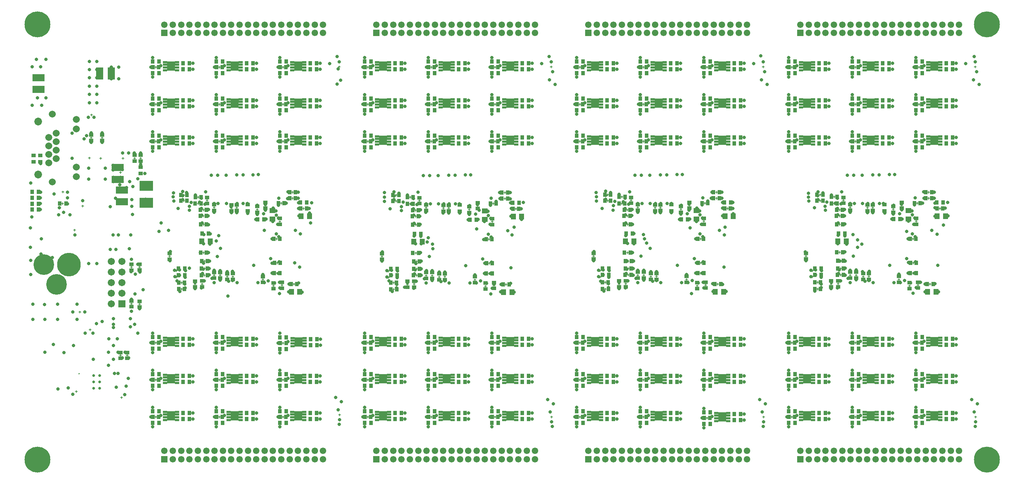
<source format=gbs>
G04*
G04 #@! TF.GenerationSoftware,Altium Limited,Altium Designer,18.1.7 (191)*
G04*
G04 Layer_Color=16711935*
%FSLAX25Y25*%
%MOIN*%
G70*
G01*
G75*
%ADD12C,0.00787*%
%ADD15C,0.00500*%
%ADD54R,0.04300X0.03800*%
%ADD58R,0.04737X0.05721*%
%ADD60R,0.03800X0.04300*%
%ADD65R,0.04343X0.03800*%
%ADD68R,0.03800X0.04343*%
%ADD70R,0.11800X0.07099*%
%ADD81R,0.07493X0.08871*%
%ADD82R,0.04147X0.02178*%
%ADD86R,0.07099X0.11800*%
%ADD87C,0.02532*%
%ADD88C,0.22296*%
%ADD89C,0.19461*%
%ADD90C,0.06556*%
%ADD91C,0.07296*%
%ADD92C,0.24422*%
%ADD93C,0.06115*%
%ADD94R,0.06115X0.06115*%
%ADD95R,0.06706X0.06706*%
%ADD96C,0.06706*%
%ADD97C,0.03200*%
%ADD175R,0.12800X0.09800*%
%ADD176R,0.05721X0.04737*%
D12*
X52025Y93202D02*
G03*
X52025Y93202I-394J0D01*
G01*
D15*
X102926Y296599D02*
X104926D01*
X103926Y295599D02*
Y297599D01*
X742376Y184619D02*
X744376D01*
X743376Y183619D02*
Y185619D01*
X542076Y184604D02*
X544076D01*
X543076Y183604D02*
Y185604D01*
X343386Y183259D02*
Y185259D01*
X342386Y184259D02*
X344386D01*
X46306Y228669D02*
X48306D01*
X47306Y227669D02*
Y229669D01*
X62356Y337549D02*
X64356D01*
X63356Y336549D02*
Y338549D01*
X124009Y381418D02*
Y383418D01*
X123009Y382418D02*
X125009D01*
X826546Y252185D02*
X828546D01*
X827546Y251185D02*
Y253185D01*
X862583Y249129D02*
X864583D01*
X863583Y248129D02*
Y250129D01*
X795312Y248687D02*
Y250687D01*
X794312Y249687D02*
X796312D01*
X784746Y185273D02*
Y187273D01*
X783746Y186273D02*
X785746D01*
X837246Y220429D02*
X839246D01*
X838246Y219429D02*
Y221429D01*
X824946Y181273D02*
Y183273D01*
X823946Y182273D02*
X825946D01*
X837696Y197720D02*
X839696D01*
X838696Y196720D02*
Y198720D01*
X819746Y247329D02*
Y249329D01*
X818746Y248329D02*
X820746D01*
X800346Y248829D02*
Y250829D01*
X799346Y249829D02*
X801346D01*
X778946Y249129D02*
Y251129D01*
X777946Y250129D02*
X779946D01*
X768146Y234129D02*
X770146D01*
X769146Y233129D02*
Y235129D01*
X768146Y207629D02*
X770146D01*
X769146Y206629D02*
Y208629D01*
X779046Y185229D02*
Y187229D01*
X778046Y186229D02*
X780046D01*
X791346Y183929D02*
Y185929D01*
X790346Y184929D02*
X792346D01*
X747390Y173229D02*
X749390D01*
X748390Y172229D02*
Y174229D01*
X834946Y175273D02*
Y177273D01*
X833946Y176273D02*
X835946D01*
X768846Y186329D02*
X770846D01*
X769846Y185329D02*
Y187329D01*
X768946Y192429D02*
X770946D01*
X769946Y191429D02*
Y193429D01*
X767946Y247829D02*
X769946D01*
X768946Y246829D02*
Y248829D01*
X767846Y242129D02*
X769846D01*
X768846Y241129D02*
Y243129D01*
X747346Y179329D02*
X749346D01*
X748346Y178329D02*
Y180329D01*
X841346Y254229D02*
X843346D01*
X842346Y253229D02*
Y255229D01*
X837446Y188229D02*
X839446D01*
X838446Y187229D02*
Y189229D01*
X842946Y175773D02*
Y177773D01*
X841946Y176773D02*
X843946D01*
X795746Y185029D02*
X797746D01*
X796746Y184029D02*
Y186029D01*
X767746Y177029D02*
Y179029D01*
X766746Y178029D02*
X768746D01*
X769046Y199629D02*
X771046D01*
X770046Y198629D02*
Y200629D01*
X841246Y236029D02*
Y238029D01*
X840246Y237029D02*
X842246D01*
X761146Y176929D02*
Y178929D01*
X760146Y177929D02*
X762146D01*
X763946Y252829D02*
Y254829D01*
X762946Y253829D02*
X764946D01*
X853146Y257729D02*
Y259729D01*
X852146Y258729D02*
X854146D01*
X772528Y255797D02*
Y257797D01*
X771528Y256797D02*
X773528D01*
X854446Y176829D02*
Y178829D01*
X853446Y177829D02*
X855446D01*
X763046Y260029D02*
X765046D01*
X764046Y259029D02*
Y261029D01*
X749546Y262029D02*
X751546D01*
X750546Y261029D02*
Y263029D01*
X852146Y264529D02*
X854146D01*
X853146Y263529D02*
Y265529D01*
X749546Y256529D02*
X751546D01*
X750546Y255529D02*
Y257529D01*
X543076Y189534D02*
Y191534D01*
X542076Y190534D02*
X544076D01*
X536946Y203070D02*
Y205070D01*
X535946Y204070D02*
X537946D01*
X109516Y295569D02*
Y297569D01*
X108516Y296569D02*
X110516D01*
X91877Y296599D02*
X93877D01*
X92877Y295599D02*
Y297599D01*
X89496Y283279D02*
X91496D01*
X90496Y282279D02*
Y284279D01*
X92752Y273319D02*
Y275319D01*
X91752Y274319D02*
X93752D01*
X35898Y252761D02*
Y254761D01*
X34898Y253761D02*
X36898D01*
X124009Y311418D02*
Y313418D01*
X123009Y312418D02*
X125009D01*
X724009Y121418D02*
Y123418D01*
X723009Y122418D02*
X725009D01*
X723009D02*
X725009D01*
X724009Y121418D02*
Y123418D01*
X342386Y190189D02*
X344386D01*
X343386Y189189D02*
Y191189D01*
X347356Y178969D02*
X349356D01*
X348356Y177969D02*
Y179969D01*
X368856Y185969D02*
X370856D01*
X369856Y184969D02*
Y186969D01*
X368956Y192069D02*
X370956D01*
X369956Y191069D02*
Y193069D01*
X368156Y233769D02*
X370156D01*
X369156Y232769D02*
Y234769D01*
X367856Y241769D02*
X369856D01*
X368856Y240769D02*
Y242769D01*
X391356Y183569D02*
Y185569D01*
X390356Y184569D02*
X392356D01*
X453456Y177469D02*
X455456D01*
X454456Y176469D02*
Y178469D01*
X452156Y258369D02*
X454156D01*
X453156Y257369D02*
Y259369D01*
X452156Y264169D02*
X454156D01*
X453156Y263169D02*
Y265169D01*
X347400Y172869D02*
X349400D01*
X348400Y171869D02*
Y173869D01*
X362956Y253469D02*
X364956D01*
X363956Y252469D02*
Y254469D01*
X367756Y176669D02*
Y178669D01*
X366756Y177669D02*
X368756D01*
X368156Y207269D02*
X370156D01*
X369156Y206269D02*
Y208269D01*
X369056Y199269D02*
X371056D01*
X370056Y198269D02*
Y200269D01*
X363056Y259669D02*
X365056D01*
X364056Y258669D02*
Y260669D01*
X384756Y184913D02*
Y186913D01*
X383756Y185913D02*
X385756D01*
X400356Y248469D02*
Y250469D01*
X399356Y249469D02*
X401356D01*
X437456Y187869D02*
X439456D01*
X438456Y186869D02*
Y188869D01*
X437256Y220069D02*
X439256D01*
X438256Y219069D02*
Y221069D01*
X441356Y253869D02*
X443356D01*
X442356Y252869D02*
Y254869D01*
X367956Y247469D02*
X369956D01*
X368956Y246469D02*
Y248469D01*
X336256Y203725D02*
X338256D01*
X337256Y202725D02*
Y204725D01*
X349556Y256169D02*
X351556D01*
X350556Y255169D02*
Y257169D01*
X372538Y255437D02*
Y257437D01*
X371538Y256437D02*
X373538D01*
X396756Y183669D02*
Y185669D01*
X395756Y184669D02*
X397756D01*
X424956Y180913D02*
Y182913D01*
X423956Y181913D02*
X425956D01*
X434956Y174913D02*
Y176913D01*
X433956Y175913D02*
X435956D01*
X442956Y175413D02*
Y177413D01*
X441956Y176413D02*
X443956D01*
X441256Y235669D02*
Y237669D01*
X440256Y236669D02*
X442256D01*
X419756Y246969D02*
Y248969D01*
X418756Y247969D02*
X420756D01*
X427556Y250825D02*
Y252825D01*
X426556Y251825D02*
X428556D01*
X462593Y248769D02*
X464593D01*
X463593Y247769D02*
Y249769D01*
X349556Y261669D02*
X351556D01*
X350556Y260669D02*
Y262669D01*
X379056Y184869D02*
Y186869D01*
X378056Y185869D02*
X380056D01*
X361156Y176569D02*
Y178569D01*
X360156Y177569D02*
X362156D01*
X378956Y248769D02*
Y250769D01*
X377956Y249769D02*
X379956D01*
X395322Y248327D02*
Y250327D01*
X394322Y249327D02*
X396322D01*
X437706Y197360D02*
X439706D01*
X438706Y196360D02*
Y198360D01*
X495985Y382676D02*
X497985D01*
X496985Y381676D02*
Y383676D01*
X324009Y311418D02*
Y313418D01*
X323009Y312418D02*
X325009D01*
X724009Y311418D02*
Y313418D01*
X723009Y312418D02*
X725009D01*
X324009Y346418D02*
Y348418D01*
X323009Y347418D02*
X325009D01*
X524009Y346418D02*
Y348418D01*
X523009Y347418D02*
X525009D01*
X724009Y346418D02*
Y348418D01*
X723009Y347418D02*
X725009D01*
X324009Y381418D02*
Y383418D01*
X323009Y382418D02*
X325009D01*
X524009Y381418D02*
Y383418D01*
X523009Y382418D02*
X525009D01*
X724009Y381418D02*
Y383418D01*
X723009Y382418D02*
X725009D01*
X384009Y311418D02*
Y313418D01*
X383009Y312418D02*
X385009D01*
X584009Y311418D02*
Y313418D01*
X583009Y312418D02*
X585009D01*
X784009Y311418D02*
Y313418D01*
X783009Y312418D02*
X785009D01*
X384009Y346418D02*
Y348418D01*
X383009Y347418D02*
X385009D01*
X584009Y346418D02*
Y348418D01*
X583009Y347418D02*
X585009D01*
X784009Y346418D02*
Y348418D01*
X783009Y347418D02*
X785009D01*
X384009Y381418D02*
Y383418D01*
X383009Y382418D02*
X385009D01*
X584009Y381418D02*
Y383418D01*
X583009Y382418D02*
X585009D01*
X784009Y381418D02*
Y383418D01*
X783009Y382418D02*
X785009D01*
X444009Y311418D02*
Y313418D01*
X443009Y312418D02*
X445009D01*
X644009Y311418D02*
Y313418D01*
X643009Y312418D02*
X645009D01*
X844009Y311418D02*
Y313418D01*
X843009Y312418D02*
X845009D01*
X444009Y346418D02*
Y348418D01*
X443009Y347418D02*
X445009D01*
X644009Y346418D02*
Y348418D01*
X643009Y347418D02*
X645009D01*
X844009Y346418D02*
Y348418D01*
X843009Y347418D02*
X845009D01*
X444009Y381418D02*
Y383418D01*
X443009Y382418D02*
X445009D01*
X644009Y381418D02*
Y383418D01*
X643009Y382418D02*
X645009D01*
X844009Y381418D02*
Y383418D01*
X843009Y382418D02*
X845009D01*
X324009Y121418D02*
Y123418D01*
X323009Y122418D02*
X325009D01*
X524009Y121418D02*
Y123418D01*
X523009Y122418D02*
X525009D01*
X324009Y86418D02*
Y88418D01*
X323009Y87418D02*
X325009D01*
X524009Y86418D02*
Y88418D01*
X523009Y87418D02*
X525009D01*
X724009Y86418D02*
Y88418D01*
X723009Y87418D02*
X725009D01*
X323009Y52418D02*
X325009D01*
X324009Y51418D02*
Y53418D01*
X523009Y52418D02*
X525009D01*
X524009Y51418D02*
Y53418D01*
X723009Y52418D02*
X725009D01*
X724009Y51418D02*
Y53418D01*
X384009Y121418D02*
Y123418D01*
X383009Y122418D02*
X385009D01*
X584009Y121418D02*
Y123418D01*
X583009Y122418D02*
X585009D01*
X784009Y121418D02*
Y123418D01*
X783009Y122418D02*
X785009D01*
X384009Y86418D02*
Y88418D01*
X383009Y87418D02*
X385009D01*
X584009Y86418D02*
Y88418D01*
X583009Y87418D02*
X585009D01*
X784009Y86418D02*
Y88418D01*
X783009Y87418D02*
X785009D01*
X384009Y51418D02*
Y53418D01*
X383009Y52418D02*
X385009D01*
X584009Y51418D02*
Y53418D01*
X583009Y52418D02*
X585009D01*
X784009Y51418D02*
Y53418D01*
X783009Y52418D02*
X785009D01*
X444009Y121418D02*
Y123418D01*
X443009Y122418D02*
X445009D01*
X644009Y121418D02*
Y123418D01*
X643009Y122418D02*
X645009D01*
X844009Y121418D02*
Y123418D01*
X843009Y122418D02*
X845009D01*
X444009Y86418D02*
Y88418D01*
X443009Y87418D02*
X445009D01*
X644009Y86418D02*
Y88418D01*
X643009Y87418D02*
X645009D01*
X844009Y86418D02*
Y88418D01*
X843009Y87418D02*
X845009D01*
X444009Y51418D02*
Y53418D01*
X443009Y52418D02*
X445009D01*
X644009Y50418D02*
Y52418D01*
X643009Y51418D02*
X645009D01*
X844009D02*
Y53418D01*
X843009Y52418D02*
X845009D01*
X524009Y311418D02*
Y313418D01*
X523009Y312418D02*
X525009D01*
X143276Y183519D02*
Y185519D01*
X142276Y184519D02*
X144276D01*
X143276Y189449D02*
Y191449D01*
X142276Y190449D02*
X144276D01*
X137146Y202985D02*
Y204985D01*
X136146Y203985D02*
X138146D01*
X123009Y87418D02*
X125009D01*
X124009Y86418D02*
Y88418D01*
X123009Y122418D02*
X125009D01*
X124009Y121418D02*
Y123418D01*
X123009Y52418D02*
X125009D01*
X124009Y51418D02*
Y53418D01*
X183009Y122418D02*
X185009D01*
X184009Y121418D02*
Y123418D01*
X183009Y87418D02*
X185009D01*
X184009Y86418D02*
Y88418D01*
X183009Y52418D02*
X185009D01*
X184009Y51418D02*
Y53418D01*
X243126Y122059D02*
X245126D01*
X244126Y121059D02*
Y123059D01*
X243009Y87418D02*
X245009D01*
X244009Y86418D02*
Y88418D01*
X243009Y52418D02*
X245009D01*
X244009Y51418D02*
Y53418D01*
X123009Y122418D02*
X125009D01*
X124009Y121418D02*
Y123418D01*
X297267Y53442D02*
Y55442D01*
X296267Y54442D02*
X298267D01*
X243009Y52418D02*
X245009D01*
X244009Y51418D02*
Y53418D01*
X243009Y87418D02*
X245009D01*
X244009Y86418D02*
Y88418D01*
X243126Y122059D02*
X245126D01*
X244126Y121059D02*
Y123059D01*
X183009Y52418D02*
X185009D01*
X184009Y51418D02*
Y53418D01*
X183009Y87418D02*
X185009D01*
X184009Y86418D02*
Y88418D01*
X183009Y122418D02*
X185009D01*
X184009Y121418D02*
Y123418D01*
X123009Y52418D02*
X125009D01*
X124009Y51418D02*
Y53418D01*
X123009Y87418D02*
X125009D01*
X124009Y86418D02*
Y88418D01*
X184009Y381418D02*
Y383418D01*
X183009Y382418D02*
X185009D01*
X123009Y312418D02*
X125009D01*
X124009Y311418D02*
Y313418D01*
X243009Y312418D02*
X245009D01*
X244009Y311418D02*
Y313418D01*
X123009Y382418D02*
X125009D01*
X124009Y381418D02*
Y383418D01*
X243009Y382418D02*
X245009D01*
X244009Y381418D02*
Y383418D01*
X123009Y347418D02*
X125009D01*
X124009Y346418D02*
Y348418D01*
X243009Y347418D02*
X245009D01*
X244009Y346418D02*
Y348418D01*
X183009Y312418D02*
X185009D01*
X184009Y311418D02*
Y313418D01*
X183009Y382418D02*
X185009D01*
X184009Y381418D02*
Y383418D01*
X183009Y347418D02*
X185009D01*
X184009Y346418D02*
Y348418D01*
X243009Y312418D02*
X245009D01*
X244009Y311418D02*
Y313418D01*
X243009Y382418D02*
X245009D01*
X244009Y381418D02*
Y383418D01*
X123009Y347418D02*
X125009D01*
X124009Y346418D02*
Y348418D01*
X243009Y347418D02*
X245009D01*
X244009Y346418D02*
Y348418D01*
X183009Y312418D02*
X185009D01*
X184009Y311418D02*
Y313418D01*
X296985Y381676D02*
Y383676D01*
X295985Y382676D02*
X297985D01*
X183009Y347418D02*
X185009D01*
X184009Y346418D02*
Y348418D01*
X723009Y312418D02*
X725009D01*
X724009Y311418D02*
Y313418D01*
X523009Y312418D02*
X525009D01*
X524009Y311418D02*
Y313418D01*
X323009Y312418D02*
X325009D01*
X324009Y311418D02*
Y313418D01*
X897267Y51442D02*
Y53442D01*
X896267Y52442D02*
X898267D01*
X697267Y51442D02*
Y53442D01*
X696267Y52442D02*
X698267D01*
X497267Y51442D02*
Y53442D01*
X496267Y52442D02*
X498267D01*
X843009Y52418D02*
X845009D01*
X844009Y51418D02*
Y53418D01*
X643009Y51418D02*
X645009D01*
X644009Y50418D02*
Y52418D01*
X443009D02*
X445009D01*
X444009Y51418D02*
Y53418D01*
X843009Y87418D02*
X845009D01*
X844009Y86418D02*
Y88418D01*
X643009Y87418D02*
X645009D01*
X644009Y86418D02*
Y88418D01*
X443009Y87418D02*
X445009D01*
X444009Y86418D02*
Y88418D01*
X843009Y122418D02*
X845009D01*
X844009Y121418D02*
Y123418D01*
X643009Y122418D02*
X645009D01*
X644009Y121418D02*
Y123418D01*
X443009Y122418D02*
X445009D01*
X444009Y121418D02*
Y123418D01*
X783009Y52418D02*
X785009D01*
X784009Y51418D02*
Y53418D01*
X583009Y52418D02*
X585009D01*
X584009Y51418D02*
Y53418D01*
X383009Y52418D02*
X385009D01*
X384009Y51418D02*
Y53418D01*
X783009Y87418D02*
X785009D01*
X784009Y86418D02*
Y88418D01*
X583009Y87418D02*
X585009D01*
X584009Y86418D02*
Y88418D01*
X383009Y87418D02*
X385009D01*
X384009Y86418D02*
Y88418D01*
X783009Y122418D02*
X785009D01*
X784009Y121418D02*
Y123418D01*
X583009Y122418D02*
X585009D01*
X584009Y121418D02*
Y123418D01*
X383009Y122418D02*
X385009D01*
X384009Y121418D02*
Y123418D01*
X723009Y52418D02*
X725009D01*
X724009Y51418D02*
Y53418D01*
X523009Y52418D02*
X525009D01*
X524009Y51418D02*
Y53418D01*
X323009Y52418D02*
X325009D01*
X324009Y51418D02*
Y53418D01*
X723009Y87418D02*
X725009D01*
X724009Y86418D02*
Y88418D01*
X523009Y87418D02*
X525009D01*
X524009Y86418D02*
Y88418D01*
X323009Y87418D02*
X325009D01*
X324009Y86418D02*
Y88418D01*
X523009Y122418D02*
X525009D01*
X524009Y121418D02*
Y123418D01*
X323009Y122418D02*
X325009D01*
X324009Y121418D02*
Y123418D01*
X896985Y381676D02*
Y383676D01*
X895985Y382676D02*
X897985D01*
X696985Y381676D02*
Y383676D01*
X695985Y382676D02*
X697985D01*
X843009Y382418D02*
X845009D01*
X844009Y381418D02*
Y383418D01*
X643009Y382418D02*
X645009D01*
X644009Y381418D02*
Y383418D01*
X443009Y382418D02*
X445009D01*
X444009Y381418D02*
Y383418D01*
X843009Y347418D02*
X845009D01*
X844009Y346418D02*
Y348418D01*
X643009Y347418D02*
X645009D01*
X644009Y346418D02*
Y348418D01*
X443009Y347418D02*
X445009D01*
X444009Y346418D02*
Y348418D01*
X843009Y312418D02*
X845009D01*
X844009Y311418D02*
Y313418D01*
X643009Y312418D02*
X645009D01*
X644009Y311418D02*
Y313418D01*
X443009Y312418D02*
X445009D01*
X444009Y311418D02*
Y313418D01*
X783009Y382418D02*
X785009D01*
X784009Y381418D02*
Y383418D01*
X583009Y382418D02*
X585009D01*
X584009Y381418D02*
Y383418D01*
X383009Y382418D02*
X385009D01*
X384009Y381418D02*
Y383418D01*
X783009Y347418D02*
X785009D01*
X784009Y346418D02*
Y348418D01*
X583009Y347418D02*
X585009D01*
X584009Y346418D02*
Y348418D01*
X383009Y347418D02*
X385009D01*
X384009Y346418D02*
Y348418D01*
X783009Y312418D02*
X785009D01*
X784009Y311418D02*
Y313418D01*
X583009Y312418D02*
X585009D01*
X584009Y311418D02*
Y313418D01*
X383009Y312418D02*
X385009D01*
X384009Y311418D02*
Y313418D01*
X723009Y382418D02*
X725009D01*
X724009Y381418D02*
Y383418D01*
X523009Y382418D02*
X525009D01*
X524009Y381418D02*
Y383418D01*
X323009Y382418D02*
X325009D01*
X324009Y381418D02*
Y383418D01*
X723009Y347418D02*
X725009D01*
X724009Y346418D02*
Y348418D01*
X523009Y347418D02*
X525009D01*
X524009Y346418D02*
Y348418D01*
X323009Y347418D02*
X325009D01*
X324009Y346418D02*
Y348418D01*
X100836Y158093D02*
Y160093D01*
X99836Y159093D02*
X101836D01*
X100846Y192625D02*
Y194625D01*
X99846Y193625D02*
X101846D01*
X108806Y157849D02*
Y159849D01*
X107806Y158849D02*
X109806D01*
X108706Y192839D02*
Y194839D01*
X107706Y193839D02*
X109706D01*
X262483Y249029D02*
X264483D01*
X263483Y248029D02*
Y250029D01*
X195212Y248587D02*
Y250587D01*
X194212Y249587D02*
X196212D01*
X184646Y185173D02*
Y187173D01*
X183646Y186173D02*
X185646D01*
X237146Y220329D02*
X239146D01*
X238146Y219329D02*
Y221329D01*
X224846Y181173D02*
Y183173D01*
X223846Y182173D02*
X225846D01*
X237596Y197620D02*
X239596D01*
X238596Y196620D02*
Y198620D01*
X219646Y247229D02*
Y249229D01*
X218646Y248229D02*
X220646D01*
X200246Y248729D02*
Y250729D01*
X199246Y249729D02*
X201246D01*
X178846Y249029D02*
Y251029D01*
X177846Y250029D02*
X179846D01*
X168046Y234029D02*
X170046D01*
X169046Y233029D02*
Y235029D01*
X168046Y207529D02*
X170046D01*
X169046Y206529D02*
Y208529D01*
X178946Y185129D02*
Y187129D01*
X177946Y186129D02*
X179946D01*
X191246Y183829D02*
Y185829D01*
X190246Y184829D02*
X192246D01*
X147290Y173129D02*
X149290D01*
X148290Y172129D02*
Y174129D01*
X234846Y175173D02*
Y177173D01*
X233846Y176173D02*
X235846D01*
X168746Y186229D02*
X170746D01*
X169746Y185229D02*
Y187229D01*
X168846Y192329D02*
X170846D01*
X169846Y191329D02*
Y193329D01*
X167846Y247729D02*
X169846D01*
X168846Y246729D02*
Y248729D01*
X167746Y242029D02*
X169746D01*
X168746Y241029D02*
Y243029D01*
X147246Y179229D02*
X149246D01*
X148246Y178229D02*
Y180229D01*
X241246Y254129D02*
X243246D01*
X242246Y253129D02*
Y255129D01*
X237346Y188129D02*
X239346D01*
X238346Y187129D02*
Y189129D01*
X242846Y175673D02*
Y177673D01*
X241846Y176673D02*
X243846D01*
X196646Y183929D02*
Y185929D01*
X195646Y184929D02*
X197646D01*
X167646Y176929D02*
Y178929D01*
X166646Y177929D02*
X168646D01*
X168946Y199529D02*
X170946D01*
X169946Y198529D02*
Y200529D01*
X241146Y235929D02*
Y237929D01*
X240146Y236929D02*
X242146D01*
X161046Y176829D02*
Y178829D01*
X160046Y177829D02*
X162046D01*
X162846Y253729D02*
X164846D01*
X163846Y252729D02*
Y254729D01*
X252046Y258629D02*
X254046D01*
X253046Y257629D02*
Y259629D01*
X172428Y255697D02*
Y257697D01*
X171428Y256697D02*
X173428D01*
X253346Y177729D02*
X255346D01*
X254346Y176729D02*
Y178729D01*
X162946Y259929D02*
X164946D01*
X163946Y258929D02*
Y260929D01*
X149446Y261929D02*
X151446D01*
X150446Y260929D02*
Y262929D01*
X252046Y264429D02*
X254046D01*
X253046Y263429D02*
Y265429D01*
X227446Y251085D02*
Y253085D01*
X226446Y252085D02*
X228446D01*
X149446Y256429D02*
X151446D01*
X150446Y255429D02*
Y257429D01*
X663283Y248114D02*
Y250114D01*
X662283Y249114D02*
X664283D01*
X594012Y249672D02*
X596012D01*
X595012Y248672D02*
Y250672D01*
X583446Y186258D02*
X585446D01*
X584446Y185258D02*
Y187258D01*
X637946Y219414D02*
Y221414D01*
X636946Y220414D02*
X638946D01*
X623646Y182258D02*
X625646D01*
X624646Y181258D02*
Y183258D01*
X638396Y196705D02*
Y198705D01*
X637396Y197705D02*
X639396D01*
X618446Y248314D02*
X620446D01*
X619446Y247314D02*
Y249314D01*
X599046Y249814D02*
X601046D01*
X600046Y248814D02*
Y250814D01*
X577646Y250114D02*
X579646D01*
X578646Y249114D02*
Y251114D01*
X568846Y233114D02*
Y235114D01*
X567846Y234114D02*
X569846D01*
X568846Y206614D02*
Y208614D01*
X567846Y207614D02*
X569846D01*
X577746Y186214D02*
X579746D01*
X578746Y185214D02*
Y187214D01*
X590046Y184914D02*
X592046D01*
X591046Y183914D02*
Y185914D01*
X548090Y172214D02*
Y174214D01*
X547090Y173214D02*
X549090D01*
X633646Y176258D02*
X635646D01*
X634646Y175258D02*
Y177258D01*
X569546Y185314D02*
Y187314D01*
X568546Y186314D02*
X570546D01*
X569646Y191414D02*
Y193414D01*
X568646Y192414D02*
X570646D01*
X568646Y246814D02*
Y248814D01*
X567646Y247814D02*
X569646D01*
X568546Y241114D02*
Y243114D01*
X567546Y242114D02*
X569546D01*
X548046Y178314D02*
Y180314D01*
X547046Y179314D02*
X549046D01*
X642046Y253214D02*
Y255214D01*
X641046Y254214D02*
X643046D01*
X638146Y187214D02*
Y189214D01*
X637146Y188214D02*
X639146D01*
X641646Y176758D02*
X643646D01*
X642646Y175758D02*
Y177758D01*
X595446Y185014D02*
X597446D01*
X596446Y184014D02*
Y186014D01*
X566446Y178014D02*
X568446D01*
X567446Y177014D02*
Y179014D01*
X569746Y198614D02*
Y200614D01*
X568746Y199614D02*
X570746D01*
X639946Y237014D02*
X641946D01*
X640946Y236014D02*
Y238014D01*
X559846Y177914D02*
X561846D01*
X560846Y176914D02*
Y178914D01*
X563646Y252814D02*
Y254814D01*
X562646Y253814D02*
X564646D01*
X652846Y257714D02*
Y259714D01*
X651846Y258714D02*
X653846D01*
X571228Y256782D02*
X573228D01*
X572228Y255782D02*
Y257782D01*
X654146Y176814D02*
Y178814D01*
X653146Y177814D02*
X655146D01*
X563746Y259014D02*
Y261014D01*
X562746Y260014D02*
X564746D01*
X550246Y261014D02*
Y263014D01*
X549246Y262014D02*
X551246D01*
X652846Y263514D02*
Y265514D01*
X651846Y264514D02*
X653846D01*
X626246Y252170D02*
X628246D01*
X627246Y251170D02*
Y253170D01*
X550246Y255514D02*
Y257514D01*
X549246Y256514D02*
X551246D01*
X742376Y190549D02*
X744376D01*
X743376Y189549D02*
Y191549D01*
X36160Y263677D02*
Y265676D01*
X35160Y264676D02*
X37160D01*
X63126Y314709D02*
Y316709D01*
X62126Y315709D02*
X64126D01*
X73366Y314709D02*
Y316709D01*
X72366Y315709D02*
X74366D01*
X55116Y250499D02*
Y252499D01*
X54116Y251499D02*
X56116D01*
X51350Y151549D02*
X53350D01*
X52350Y150549D02*
Y152549D01*
X47976Y76499D02*
X49976D01*
X48976Y75499D02*
Y77499D01*
X62132Y133699D02*
Y135699D01*
X61132Y134699D02*
X63132D01*
X91576Y69699D02*
Y71699D01*
X90576Y70699D02*
X92576D01*
X95976Y110399D02*
X97976D01*
X96976Y109399D02*
Y111399D01*
X89698Y110399D02*
X91698D01*
X90698Y109399D02*
Y111399D01*
X736246Y204085D02*
X738246D01*
X737246Y203085D02*
Y205085D01*
X61246Y295669D02*
Y297669D01*
X60246Y296669D02*
X62246D01*
X71952Y295489D02*
Y297489D01*
X70952Y296489D02*
X72952D01*
D54*
X610256Y246814D02*
D03*
X811406Y246829D02*
D03*
X109506Y288139D02*
D03*
Y282139D02*
D03*
X410546Y246469D02*
D03*
Y252469D02*
D03*
X210676Y252729D02*
D03*
Y246729D02*
D03*
X610256Y252814D02*
D03*
X8626Y299089D02*
D03*
Y293089D02*
D03*
X15146Y299089D02*
D03*
Y293089D02*
D03*
X811406Y252829D02*
D03*
D58*
X459893Y170169D02*
D03*
X375293Y217869D02*
D03*
X461156Y241569D02*
D03*
X175183Y218129D02*
D03*
X261046Y241829D02*
D03*
X574983Y218214D02*
D03*
X660846Y241914D02*
D03*
X775283Y218229D02*
D03*
X861146Y241929D02*
D03*
X259783Y170429D02*
D03*
X659583Y170514D02*
D03*
X859883Y170529D02*
D03*
X268920Y241829D02*
D03*
X367419Y217869D02*
D03*
X452019Y170169D02*
D03*
X469030Y241569D02*
D03*
X869020Y241929D02*
D03*
X767409Y218229D02*
D03*
X852009Y170529D02*
D03*
X167309Y218129D02*
D03*
X251909Y170429D02*
D03*
X668720Y241914D02*
D03*
X567109Y218214D02*
D03*
X651709Y170514D02*
D03*
D60*
X7180Y248017D02*
D03*
X13180D02*
D03*
Y253570D02*
D03*
X7180D02*
D03*
X460593Y254359D02*
D03*
X173746Y225329D02*
D03*
X373856Y225069D02*
D03*
X773846Y225429D02*
D03*
X260483Y254619D02*
D03*
X660283Y254704D02*
D03*
X860583Y254719D02*
D03*
X420486Y238449D02*
D03*
X820136Y239129D02*
D03*
X573546Y225414D02*
D03*
X266483Y254619D02*
D03*
X727009Y127918D02*
D03*
X721009D02*
D03*
X727009Y116918D02*
D03*
X721009D02*
D03*
X351556Y185969D02*
D03*
X345556D02*
D03*
X351556Y192069D02*
D03*
X345556D02*
D03*
X367856Y225069D02*
D03*
X426486Y238449D02*
D03*
X466593Y254359D02*
D03*
X349709Y310518D02*
D03*
X355709D02*
D03*
X349709Y316218D02*
D03*
X355709D02*
D03*
X321009Y306918D02*
D03*
X327009D02*
D03*
X321009Y317918D02*
D03*
X327009D02*
D03*
X721009Y306918D02*
D03*
X727009D02*
D03*
X749709Y310518D02*
D03*
X755709D02*
D03*
X721009Y317918D02*
D03*
X727009D02*
D03*
X749709Y316218D02*
D03*
X755709D02*
D03*
X321009Y341918D02*
D03*
X327009D02*
D03*
X349709Y345518D02*
D03*
X355709D02*
D03*
X321009Y352918D02*
D03*
X327009D02*
D03*
X349709Y351218D02*
D03*
X355709D02*
D03*
X521009Y341918D02*
D03*
X527009D02*
D03*
X549709Y345518D02*
D03*
X555709D02*
D03*
X521009Y352918D02*
D03*
X527009D02*
D03*
X549709Y351218D02*
D03*
X555709D02*
D03*
X721009Y341918D02*
D03*
X727009D02*
D03*
X749709Y345518D02*
D03*
X755709D02*
D03*
X721009Y352918D02*
D03*
X727009D02*
D03*
X749709Y351218D02*
D03*
X755709D02*
D03*
X321009Y376918D02*
D03*
X327009D02*
D03*
X349709Y380518D02*
D03*
X355709D02*
D03*
X321009Y387918D02*
D03*
X327009D02*
D03*
X349709Y386218D02*
D03*
X355709D02*
D03*
X521009Y376918D02*
D03*
X527009D02*
D03*
X549709Y380518D02*
D03*
X555709D02*
D03*
X521009Y387918D02*
D03*
X527009D02*
D03*
X549709Y386218D02*
D03*
X555709D02*
D03*
X721009Y376918D02*
D03*
X727009D02*
D03*
X749709Y380518D02*
D03*
X755709D02*
D03*
X721009Y387918D02*
D03*
X727009D02*
D03*
X749709Y386218D02*
D03*
X755709D02*
D03*
X381009Y306918D02*
D03*
X387009D02*
D03*
X409709Y310518D02*
D03*
X415709D02*
D03*
X381009Y317918D02*
D03*
X387009D02*
D03*
X409709Y316218D02*
D03*
X415709D02*
D03*
X581009Y306918D02*
D03*
X587009D02*
D03*
X609709Y310518D02*
D03*
X615709D02*
D03*
X581009Y317918D02*
D03*
X587009D02*
D03*
X609709Y316218D02*
D03*
X615709D02*
D03*
X781009Y306918D02*
D03*
X787009D02*
D03*
X809709Y310518D02*
D03*
X815709D02*
D03*
X781009Y317918D02*
D03*
X787009D02*
D03*
X809709Y316218D02*
D03*
X815709D02*
D03*
X381009Y341918D02*
D03*
X387009D02*
D03*
X409709Y345518D02*
D03*
X415709D02*
D03*
X381009Y352918D02*
D03*
X387009D02*
D03*
X409709Y351218D02*
D03*
X415709D02*
D03*
X581009Y341918D02*
D03*
X587009D02*
D03*
X609709Y345518D02*
D03*
X615709D02*
D03*
X581009Y352918D02*
D03*
X587009D02*
D03*
X609709Y351218D02*
D03*
X615709D02*
D03*
X781009Y341918D02*
D03*
X787009D02*
D03*
X809709Y345518D02*
D03*
X815709D02*
D03*
X781009Y352918D02*
D03*
X787009D02*
D03*
X809709Y351218D02*
D03*
X815709D02*
D03*
X381009Y376918D02*
D03*
X387009D02*
D03*
X409709Y380518D02*
D03*
X415709D02*
D03*
X381009Y387918D02*
D03*
X387009D02*
D03*
X409709Y386218D02*
D03*
X415709D02*
D03*
X581009Y376918D02*
D03*
X587009D02*
D03*
X609709Y380518D02*
D03*
X615709D02*
D03*
X581009Y387918D02*
D03*
X587009D02*
D03*
X609709Y386218D02*
D03*
X615709D02*
D03*
X781009Y376918D02*
D03*
X787009D02*
D03*
X809709Y380518D02*
D03*
X815709D02*
D03*
X781009Y387918D02*
D03*
X787009D02*
D03*
X809709Y386218D02*
D03*
X815709D02*
D03*
X441009Y306918D02*
D03*
X447009D02*
D03*
X469709Y310518D02*
D03*
X475709D02*
D03*
X441009Y317918D02*
D03*
X447009D02*
D03*
X469709Y316218D02*
D03*
X475709D02*
D03*
X641009Y306918D02*
D03*
X647009D02*
D03*
X669709Y310518D02*
D03*
X675709D02*
D03*
X641009Y317918D02*
D03*
X647009D02*
D03*
X669709Y316218D02*
D03*
X675709D02*
D03*
X841009Y306918D02*
D03*
X847009D02*
D03*
X869709Y310518D02*
D03*
X875709D02*
D03*
X841009Y317918D02*
D03*
X847009D02*
D03*
X869709Y316218D02*
D03*
X875709D02*
D03*
X441009Y341918D02*
D03*
X447009D02*
D03*
X469709Y345518D02*
D03*
X475709D02*
D03*
X441009Y352918D02*
D03*
X447009D02*
D03*
X469709Y351218D02*
D03*
X475709D02*
D03*
X641009Y341918D02*
D03*
X647009D02*
D03*
X669709Y345518D02*
D03*
X675709D02*
D03*
X641009Y352918D02*
D03*
X647009D02*
D03*
X669709Y351218D02*
D03*
X675709D02*
D03*
X841009Y341918D02*
D03*
X847009D02*
D03*
X869709Y345518D02*
D03*
X875709D02*
D03*
X841009Y352918D02*
D03*
X847009D02*
D03*
X869709Y351218D02*
D03*
X875709D02*
D03*
X441009Y376918D02*
D03*
X447009D02*
D03*
X469709Y380518D02*
D03*
X475709D02*
D03*
X441009Y387918D02*
D03*
X447009D02*
D03*
X469709Y386218D02*
D03*
X475709D02*
D03*
X641009Y376918D02*
D03*
X647009D02*
D03*
X669709Y380518D02*
D03*
X675709D02*
D03*
X641009Y387918D02*
D03*
X647009D02*
D03*
X669709Y386218D02*
D03*
X675709D02*
D03*
X841009Y376918D02*
D03*
X847009D02*
D03*
X869709Y380518D02*
D03*
X875709D02*
D03*
X841009Y387918D02*
D03*
X847009D02*
D03*
X869709Y386218D02*
D03*
X875709D02*
D03*
X321009Y116918D02*
D03*
X327009D02*
D03*
X349709Y120518D02*
D03*
X355709D02*
D03*
X321009Y127918D02*
D03*
X327009D02*
D03*
X349709Y126218D02*
D03*
X355709D02*
D03*
X521009Y116918D02*
D03*
X527009D02*
D03*
X549709Y120518D02*
D03*
X555709D02*
D03*
X521009Y127918D02*
D03*
X527009D02*
D03*
X549709Y126218D02*
D03*
X555709D02*
D03*
X749709Y120518D02*
D03*
X755709D02*
D03*
X749709Y126218D02*
D03*
X755709D02*
D03*
X321009Y81918D02*
D03*
X327009D02*
D03*
X349709Y85518D02*
D03*
X355709D02*
D03*
X321009Y92918D02*
D03*
X327009D02*
D03*
X349709Y91218D02*
D03*
X355709D02*
D03*
X521009Y81918D02*
D03*
X527009D02*
D03*
X549709Y85518D02*
D03*
X555709D02*
D03*
X521009Y92918D02*
D03*
X527009D02*
D03*
X549709Y91218D02*
D03*
X555709D02*
D03*
X721009Y81918D02*
D03*
X727009D02*
D03*
X749709Y85518D02*
D03*
X755709D02*
D03*
X721009Y92918D02*
D03*
X727009D02*
D03*
X749709Y91218D02*
D03*
X755709D02*
D03*
X321009Y46918D02*
D03*
X327009D02*
D03*
X349709Y50518D02*
D03*
X355709D02*
D03*
X321009Y57918D02*
D03*
X327009D02*
D03*
X349709Y56218D02*
D03*
X355709D02*
D03*
X521009Y46918D02*
D03*
X527009D02*
D03*
X549709Y50518D02*
D03*
X555709D02*
D03*
X521009Y57918D02*
D03*
X527009D02*
D03*
X549709Y56218D02*
D03*
X555709D02*
D03*
X721009Y46918D02*
D03*
X727009D02*
D03*
X749709Y50518D02*
D03*
X755709D02*
D03*
X721009Y57918D02*
D03*
X727009D02*
D03*
X749709Y56218D02*
D03*
X755709D02*
D03*
X381009Y116918D02*
D03*
X387009D02*
D03*
X409709Y120518D02*
D03*
X415709D02*
D03*
X381009Y127918D02*
D03*
X387009D02*
D03*
X409709Y126218D02*
D03*
X415709D02*
D03*
X581009Y116918D02*
D03*
X587009D02*
D03*
X609709Y120518D02*
D03*
X615709D02*
D03*
X581009Y127918D02*
D03*
X587009D02*
D03*
X609709Y126218D02*
D03*
X615709D02*
D03*
X781009Y116918D02*
D03*
X787009D02*
D03*
X809709Y120518D02*
D03*
X815709D02*
D03*
X781009Y127918D02*
D03*
X787009D02*
D03*
X809709Y126218D02*
D03*
X815709D02*
D03*
X381009Y81918D02*
D03*
X387009D02*
D03*
X409709Y85518D02*
D03*
X415709D02*
D03*
X381009Y92918D02*
D03*
X387009D02*
D03*
X409709Y91218D02*
D03*
X415709D02*
D03*
X581009Y81918D02*
D03*
X587009D02*
D03*
X609709Y85518D02*
D03*
X615709D02*
D03*
X581009Y92918D02*
D03*
X587009D02*
D03*
X609709Y91218D02*
D03*
X615709D02*
D03*
X781009Y81918D02*
D03*
X787009D02*
D03*
X809709Y85518D02*
D03*
X815709D02*
D03*
X781009Y92918D02*
D03*
X787009D02*
D03*
X809709Y91218D02*
D03*
X815709D02*
D03*
X381009Y46918D02*
D03*
X387009D02*
D03*
X409709Y50518D02*
D03*
X415709D02*
D03*
X381009Y57918D02*
D03*
X387009D02*
D03*
X409709Y56218D02*
D03*
X415709D02*
D03*
X581009Y46918D02*
D03*
X587009D02*
D03*
X609709Y50518D02*
D03*
X615709D02*
D03*
X581009Y57918D02*
D03*
X587009D02*
D03*
X609709Y56218D02*
D03*
X615709D02*
D03*
X781009Y46918D02*
D03*
X787009D02*
D03*
X809709Y50518D02*
D03*
X815709D02*
D03*
X781009Y57918D02*
D03*
X787009D02*
D03*
X809709Y56218D02*
D03*
X815709D02*
D03*
X441009Y116918D02*
D03*
X447009D02*
D03*
X469709Y120518D02*
D03*
X475709D02*
D03*
X441009Y127918D02*
D03*
X447009D02*
D03*
X469709Y126218D02*
D03*
X475709D02*
D03*
X641009Y116918D02*
D03*
X647009D02*
D03*
X669709Y120518D02*
D03*
X675709D02*
D03*
X641009Y127918D02*
D03*
X647009D02*
D03*
X669709Y126218D02*
D03*
X675709D02*
D03*
X841009Y116918D02*
D03*
X847009D02*
D03*
X869709Y120518D02*
D03*
X875709D02*
D03*
X841009Y127918D02*
D03*
X847009D02*
D03*
X869709Y126218D02*
D03*
X875709D02*
D03*
X441009Y81918D02*
D03*
X447009D02*
D03*
X469709Y85518D02*
D03*
X475709D02*
D03*
X441009Y92918D02*
D03*
X447009D02*
D03*
X469709Y91218D02*
D03*
X475709D02*
D03*
X641009Y81918D02*
D03*
X647009D02*
D03*
X669709Y85518D02*
D03*
X675709D02*
D03*
X641009Y92918D02*
D03*
X647009D02*
D03*
X669709Y91218D02*
D03*
X675709D02*
D03*
X841009Y81918D02*
D03*
X847009D02*
D03*
X869709Y85518D02*
D03*
X875709D02*
D03*
X841009Y92918D02*
D03*
X847009D02*
D03*
X869709Y91218D02*
D03*
X875709D02*
D03*
X441009Y46918D02*
D03*
X447009D02*
D03*
X469709Y50518D02*
D03*
X475709D02*
D03*
X441009Y57918D02*
D03*
X447009D02*
D03*
X469709Y56218D02*
D03*
X475709D02*
D03*
X641009Y45918D02*
D03*
X647009D02*
D03*
X669709Y49518D02*
D03*
X675709D02*
D03*
X641009Y56918D02*
D03*
X647009D02*
D03*
X669709Y55218D02*
D03*
X675709D02*
D03*
X841009Y46918D02*
D03*
X847009D02*
D03*
X869709Y50518D02*
D03*
X875709D02*
D03*
X841009Y57918D02*
D03*
X847009D02*
D03*
X869709Y56218D02*
D03*
X875709D02*
D03*
X521009Y306918D02*
D03*
X527009D02*
D03*
X549709Y310518D02*
D03*
X555709D02*
D03*
X521009Y317918D02*
D03*
X527009D02*
D03*
X549709Y316218D02*
D03*
X555709D02*
D03*
X155709Y91218D02*
D03*
X149709D02*
D03*
X127009Y92918D02*
D03*
X121009D02*
D03*
X155709Y85518D02*
D03*
X149709D02*
D03*
X127009Y81918D02*
D03*
X121009D02*
D03*
X127009Y116918D02*
D03*
X121009D02*
D03*
X155709Y120518D02*
D03*
X149709D02*
D03*
X127009Y127918D02*
D03*
X121009D02*
D03*
X155709Y126218D02*
D03*
X149709D02*
D03*
X127009Y46918D02*
D03*
X121009D02*
D03*
X155709Y50518D02*
D03*
X149709D02*
D03*
X127009Y57918D02*
D03*
X121009D02*
D03*
X155709Y56218D02*
D03*
X149709D02*
D03*
X187009Y116918D02*
D03*
X181009D02*
D03*
X215709Y120518D02*
D03*
X209709D02*
D03*
X187009Y127918D02*
D03*
X181009D02*
D03*
X215709Y126218D02*
D03*
X209709D02*
D03*
X187009Y81918D02*
D03*
X181009D02*
D03*
X215709Y85518D02*
D03*
X209709D02*
D03*
X187009Y92918D02*
D03*
X181009D02*
D03*
X215709Y91218D02*
D03*
X209709D02*
D03*
X187009Y46918D02*
D03*
X181009D02*
D03*
X215709Y50518D02*
D03*
X209709D02*
D03*
X187009Y57918D02*
D03*
X181009D02*
D03*
X215709Y56218D02*
D03*
X209709D02*
D03*
X247126Y116559D02*
D03*
X241126D02*
D03*
X275826Y120159D02*
D03*
X269826D02*
D03*
X247126Y127559D02*
D03*
X241126D02*
D03*
X275826Y125859D02*
D03*
X269826D02*
D03*
X247009Y81918D02*
D03*
X241009D02*
D03*
X275709Y85518D02*
D03*
X269709D02*
D03*
X247009Y92918D02*
D03*
X241009D02*
D03*
X275709Y91218D02*
D03*
X269709D02*
D03*
X247009Y46918D02*
D03*
X241009D02*
D03*
X275709Y50518D02*
D03*
X269709D02*
D03*
X247009Y57918D02*
D03*
X241009D02*
D03*
X275709Y56218D02*
D03*
X269709D02*
D03*
X127009Y306918D02*
D03*
X121009D02*
D03*
X127009Y352918D02*
D03*
X121009D02*
D03*
X127009Y376918D02*
D03*
X121009D02*
D03*
X215709Y345518D02*
D03*
X209709D02*
D03*
X215709Y386218D02*
D03*
X209709D02*
D03*
X247009Y306918D02*
D03*
X241009D02*
D03*
X247009Y352918D02*
D03*
X241009D02*
D03*
X247009Y376918D02*
D03*
X241009D02*
D03*
X127009Y317918D02*
D03*
X121009D02*
D03*
X127009Y341918D02*
D03*
X121009D02*
D03*
X127009Y387918D02*
D03*
X121009D02*
D03*
X215709Y310518D02*
D03*
X209709D02*
D03*
X215709Y316218D02*
D03*
X209709D02*
D03*
X215709Y351218D02*
D03*
X209709D02*
D03*
X215709Y380518D02*
D03*
X209709D02*
D03*
X247009Y317918D02*
D03*
X241009D02*
D03*
X247009Y341918D02*
D03*
X241009D02*
D03*
X247009Y387918D02*
D03*
X241009D02*
D03*
X155709Y345518D02*
D03*
X149709D02*
D03*
X155709Y386218D02*
D03*
X149709D02*
D03*
X187009Y306918D02*
D03*
X181009D02*
D03*
X187009Y352918D02*
D03*
X181009D02*
D03*
X187009Y376918D02*
D03*
X181009D02*
D03*
X275709Y345518D02*
D03*
X269709D02*
D03*
X275709Y386218D02*
D03*
X269709D02*
D03*
X155709Y310518D02*
D03*
X149709D02*
D03*
X155709Y316218D02*
D03*
X149709D02*
D03*
X155709Y351218D02*
D03*
X149709D02*
D03*
X155709Y380518D02*
D03*
X149709D02*
D03*
X187009Y317918D02*
D03*
X181009D02*
D03*
X187009Y341918D02*
D03*
X181009D02*
D03*
X187009Y387918D02*
D03*
X181009D02*
D03*
X275709Y310518D02*
D03*
X269709D02*
D03*
X275709Y316218D02*
D03*
X269709D02*
D03*
X275709Y351218D02*
D03*
X269709D02*
D03*
X275709Y380518D02*
D03*
X269709D02*
D03*
X866583Y254719D02*
D03*
X226026Y238839D02*
D03*
X220026D02*
D03*
X625786Y238899D02*
D03*
X619786D02*
D03*
X666283Y254704D02*
D03*
X167746Y225329D02*
D03*
X145446Y192329D02*
D03*
X151446D02*
D03*
X145446Y186229D02*
D03*
X151446D02*
D03*
X567546Y225414D02*
D03*
X545246Y192414D02*
D03*
X551246D02*
D03*
X545246Y186314D02*
D03*
X551246D02*
D03*
X33160Y253626D02*
D03*
X39160D02*
D03*
X13180Y264676D02*
D03*
X7180D02*
D03*
Y259123D02*
D03*
X13180D02*
D03*
X826136Y239129D02*
D03*
X751546Y192429D02*
D03*
X745546D02*
D03*
X751546Y186329D02*
D03*
X745546D02*
D03*
X767846Y225429D02*
D03*
D65*
X103926Y293843D02*
D03*
Y299355D02*
D03*
X372538Y253681D02*
D03*
X434956Y178669D02*
D03*
X172428Y253941D02*
D03*
X234846Y178929D02*
D03*
X572228Y254026D02*
D03*
X634646Y179014D02*
D03*
X772528Y254041D02*
D03*
X834946Y179029D02*
D03*
X441256Y239425D02*
D03*
X391356Y181813D02*
D03*
X379056Y183113D02*
D03*
X378956Y252525D02*
D03*
X400356Y252225D02*
D03*
X419756Y250725D02*
D03*
X424956Y179157D02*
D03*
X384756Y183157D02*
D03*
X395322Y252083D02*
D03*
X241146Y239685D02*
D03*
X191246Y182073D02*
D03*
X178946Y183373D02*
D03*
X178846Y252785D02*
D03*
X200246Y252485D02*
D03*
X219646Y250985D02*
D03*
X224846Y179417D02*
D03*
X184646Y183417D02*
D03*
X195212Y252343D02*
D03*
X640946Y239770D02*
D03*
X591046Y182158D02*
D03*
X578746Y183458D02*
D03*
X578646Y252870D02*
D03*
X600046Y252570D02*
D03*
X619446Y251070D02*
D03*
X624646Y179502D02*
D03*
X584446Y183502D02*
D03*
X595012Y252428D02*
D03*
X841246Y239785D02*
D03*
X791346Y182173D02*
D03*
X779046Y183473D02*
D03*
X778946Y252885D02*
D03*
X800346Y252585D02*
D03*
X819746Y251085D02*
D03*
X824946Y179517D02*
D03*
X784746Y183517D02*
D03*
X795312Y252443D02*
D03*
X227446Y254841D02*
D03*
X161046Y180585D02*
D03*
X167646Y175173D02*
D03*
X196646Y182173D02*
D03*
X242846Y173917D02*
D03*
X627246Y254926D02*
D03*
X560846Y180670D02*
D03*
X567446Y175258D02*
D03*
X596446Y182258D02*
D03*
X642646Y174002D02*
D03*
X827546Y254941D02*
D03*
X761146Y180685D02*
D03*
X767746Y175273D02*
D03*
X796746Y182273D02*
D03*
X842946Y174017D02*
D03*
X361156Y180325D02*
D03*
X427556Y254581D02*
D03*
X442956Y173657D02*
D03*
X396756Y181913D02*
D03*
X367756Y174913D02*
D03*
X109516Y293813D02*
D03*
Y299325D02*
D03*
X391356Y187325D02*
D03*
X367756Y180425D02*
D03*
X384756Y188669D02*
D03*
X400356Y246713D02*
D03*
X337256Y206481D02*
D03*
Y200969D02*
D03*
X372538Y259193D02*
D03*
X396756Y187425D02*
D03*
X424956Y184669D02*
D03*
X434956Y173157D02*
D03*
X442956Y179169D02*
D03*
X441256Y233913D02*
D03*
X419756Y245213D02*
D03*
X427556Y249069D02*
D03*
X379056Y188625D02*
D03*
X361156Y174813D02*
D03*
X378956Y247013D02*
D03*
X395322Y246571D02*
D03*
X827546Y249429D02*
D03*
X795312Y246931D02*
D03*
X784746Y189029D02*
D03*
X824946Y185029D02*
D03*
X819746Y245573D02*
D03*
X800346Y247073D02*
D03*
X778946Y247373D02*
D03*
X779046Y188985D02*
D03*
X791346Y187685D02*
D03*
X834946Y173517D02*
D03*
X842946Y179529D02*
D03*
X796746Y187785D02*
D03*
X767746Y180785D02*
D03*
X841246Y234273D02*
D03*
X761146Y175173D02*
D03*
X772528Y259553D02*
D03*
X100836Y161849D02*
D03*
Y156337D02*
D03*
X100846Y190869D02*
D03*
Y196381D02*
D03*
X108806Y161605D02*
D03*
Y156093D02*
D03*
X108706Y191083D02*
D03*
Y196595D02*
D03*
X195212Y246831D02*
D03*
X184646Y188929D02*
D03*
X224846Y184929D02*
D03*
X219646Y245473D02*
D03*
X200246Y246973D02*
D03*
X178846Y247273D02*
D03*
X178946Y188885D02*
D03*
X191246Y187585D02*
D03*
X234846Y173417D02*
D03*
X242846Y179429D02*
D03*
X196646Y187685D02*
D03*
X167646Y180685D02*
D03*
X241146Y234173D02*
D03*
X161046Y175073D02*
D03*
X172428Y259453D02*
D03*
X227446Y249329D02*
D03*
X595012Y246916D02*
D03*
X584446Y189014D02*
D03*
X624646Y185014D02*
D03*
X619446Y245558D02*
D03*
X600046Y247058D02*
D03*
X578646Y247358D02*
D03*
X578746Y188970D02*
D03*
X591046Y187670D02*
D03*
X634646Y173502D02*
D03*
X642646Y179514D02*
D03*
X596446Y187770D02*
D03*
X567446Y180770D02*
D03*
X640946Y234258D02*
D03*
X560846Y175158D02*
D03*
X572228Y259538D02*
D03*
X627246Y249414D02*
D03*
X137146Y201229D02*
D03*
Y206741D02*
D03*
X536946Y201314D02*
D03*
Y206826D02*
D03*
X63126Y312953D02*
D03*
Y318465D02*
D03*
X73366Y312953D02*
D03*
Y318465D02*
D03*
X96976Y107643D02*
D03*
Y113155D02*
D03*
X90698Y107643D02*
D03*
Y113155D02*
D03*
X737246Y206841D02*
D03*
Y201329D02*
D03*
D68*
X351112Y178969D02*
D03*
X366100Y241769D02*
D03*
X366200Y247469D02*
D03*
X367200Y192069D02*
D03*
X367100Y185969D02*
D03*
X351156Y172869D02*
D03*
X151002Y179229D02*
D03*
X165990Y242029D02*
D03*
X166090Y247729D02*
D03*
X167090Y192329D02*
D03*
X166990Y186229D02*
D03*
X151046Y173129D02*
D03*
X550802Y179314D02*
D03*
X565790Y242114D02*
D03*
X565890Y247814D02*
D03*
X566890Y192414D02*
D03*
X566790Y186314D02*
D03*
X550846Y173214D02*
D03*
X751102Y179329D02*
D03*
X766090Y242129D02*
D03*
X766190Y247829D02*
D03*
X767190Y192429D02*
D03*
X767090Y186329D02*
D03*
X751146Y173229D02*
D03*
X347800Y256169D02*
D03*
X450400Y264169D02*
D03*
X347800Y261669D02*
D03*
X457212Y177469D02*
D03*
X450400Y258369D02*
D03*
X367300Y199269D02*
D03*
X366400Y207269D02*
D03*
Y233769D02*
D03*
X441462Y197360D02*
D03*
X441012Y220069D02*
D03*
X460837Y248769D02*
D03*
X167190Y199529D02*
D03*
X166290Y207529D02*
D03*
Y234029D02*
D03*
X241352Y197620D02*
D03*
X240902Y220329D02*
D03*
X260727Y249029D02*
D03*
X566990Y199614D02*
D03*
X566090Y207614D02*
D03*
Y234114D02*
D03*
X641152Y197705D02*
D03*
X640702Y220414D02*
D03*
X660527Y249114D02*
D03*
X767290Y199629D02*
D03*
X766390Y207629D02*
D03*
Y234129D02*
D03*
X841452Y197720D02*
D03*
X841002Y220429D02*
D03*
X860827Y249129D02*
D03*
X166702Y259929D02*
D03*
X161090Y253729D02*
D03*
X241102Y188129D02*
D03*
X239490Y254129D02*
D03*
X566502Y260014D02*
D03*
X560890Y253814D02*
D03*
X640902Y188214D02*
D03*
X639290Y254214D02*
D03*
X766802Y260029D02*
D03*
X761190Y253829D02*
D03*
X841202Y188229D02*
D03*
X839590Y254229D02*
D03*
X439600Y253869D02*
D03*
X441212Y187869D02*
D03*
X366812Y259669D02*
D03*
X361200Y253469D02*
D03*
X147690Y256429D02*
D03*
X250290Y264429D02*
D03*
X147690Y261929D02*
D03*
X257102Y177729D02*
D03*
X250290Y258629D02*
D03*
X547490Y256514D02*
D03*
X650090Y264514D02*
D03*
X547490Y262014D02*
D03*
X656902Y177814D02*
D03*
X650090Y258714D02*
D03*
X747790Y256529D02*
D03*
X850390Y264529D02*
D03*
X747790Y262029D02*
D03*
X857202Y177829D02*
D03*
X850390Y258729D02*
D03*
X721253Y122418D02*
D03*
X726765D02*
D03*
X345600Y178969D02*
D03*
X372612Y185969D02*
D03*
X372712Y192069D02*
D03*
X371912Y233769D02*
D03*
X371612Y241769D02*
D03*
X451700Y177469D02*
D03*
X455912Y258369D02*
D03*
Y264169D02*
D03*
X345644Y172869D02*
D03*
X366712Y253469D02*
D03*
X371912Y207269D02*
D03*
X372812Y199269D02*
D03*
X361300Y259669D02*
D03*
X435700Y187869D02*
D03*
X435500Y220069D02*
D03*
X445112Y253869D02*
D03*
X371712Y247469D02*
D03*
X353312Y256169D02*
D03*
X466349Y248769D02*
D03*
X353312Y261669D02*
D03*
X435950Y197360D02*
D03*
X326765Y312418D02*
D03*
X321253D02*
D03*
X726765D02*
D03*
X721253D02*
D03*
X326765Y347418D02*
D03*
X321253D02*
D03*
X526765D02*
D03*
X521253D02*
D03*
X726765D02*
D03*
X721253D02*
D03*
X326765Y382418D02*
D03*
X321253D02*
D03*
X526765D02*
D03*
X521253D02*
D03*
X726765D02*
D03*
X721253D02*
D03*
X386765Y312418D02*
D03*
X381253D02*
D03*
X586765D02*
D03*
X581253D02*
D03*
X786765D02*
D03*
X781253D02*
D03*
X386765Y347418D02*
D03*
X381253D02*
D03*
X586765D02*
D03*
X581253D02*
D03*
X786765D02*
D03*
X781253D02*
D03*
X386765Y382418D02*
D03*
X381253D02*
D03*
X586765D02*
D03*
X581253D02*
D03*
X786765D02*
D03*
X781253D02*
D03*
X446765Y312418D02*
D03*
X441253D02*
D03*
X646765D02*
D03*
X641253D02*
D03*
X846765D02*
D03*
X841253D02*
D03*
X446765Y347418D02*
D03*
X441253D02*
D03*
X646765D02*
D03*
X641253D02*
D03*
X846765D02*
D03*
X841253D02*
D03*
X446765Y382418D02*
D03*
X441253D02*
D03*
X646765D02*
D03*
X641253D02*
D03*
X846765D02*
D03*
X841253D02*
D03*
X326765Y122418D02*
D03*
X321253D02*
D03*
X526765D02*
D03*
X521253D02*
D03*
X326765Y87418D02*
D03*
X321253D02*
D03*
X526765D02*
D03*
X521253D02*
D03*
X726765D02*
D03*
X721253D02*
D03*
X321253Y52418D02*
D03*
X326765D02*
D03*
X521253D02*
D03*
X526765D02*
D03*
X721253D02*
D03*
X726765D02*
D03*
X386765Y122418D02*
D03*
X381253D02*
D03*
X586765D02*
D03*
X581253D02*
D03*
X786765D02*
D03*
X781253D02*
D03*
X386765Y87418D02*
D03*
X381253D02*
D03*
X586765D02*
D03*
X581253D02*
D03*
X786765D02*
D03*
X781253D02*
D03*
X386765Y52418D02*
D03*
X381253D02*
D03*
X586765D02*
D03*
X581253D02*
D03*
X786765D02*
D03*
X781253D02*
D03*
X446765Y122418D02*
D03*
X441253D02*
D03*
X646765D02*
D03*
X641253D02*
D03*
X846765D02*
D03*
X841253D02*
D03*
X446765Y87418D02*
D03*
X441253D02*
D03*
X646765D02*
D03*
X641253D02*
D03*
X846765D02*
D03*
X841253D02*
D03*
X446765Y52418D02*
D03*
X441253D02*
D03*
X646765Y51418D02*
D03*
X641253D02*
D03*
X846765Y52418D02*
D03*
X841253D02*
D03*
X526765Y312418D02*
D03*
X521253D02*
D03*
X121253Y87418D02*
D03*
X126765D02*
D03*
X121253Y122418D02*
D03*
X126765D02*
D03*
X121253Y52418D02*
D03*
X126765D02*
D03*
X181253Y122418D02*
D03*
X186765D02*
D03*
X181253Y87418D02*
D03*
X186765D02*
D03*
X181253Y52418D02*
D03*
X186765D02*
D03*
X241370Y122059D02*
D03*
X246882D02*
D03*
X241253Y87418D02*
D03*
X246765D02*
D03*
X241253Y52418D02*
D03*
X246765D02*
D03*
X121253Y312418D02*
D03*
X126765D02*
D03*
X241253D02*
D03*
X246765D02*
D03*
X121253Y382418D02*
D03*
X126765D02*
D03*
X241253D02*
D03*
X246765D02*
D03*
X121253Y347418D02*
D03*
X126765D02*
D03*
X241253D02*
D03*
X246765D02*
D03*
X181253Y312418D02*
D03*
X186765D02*
D03*
X181253Y382418D02*
D03*
X186765D02*
D03*
X181253Y347418D02*
D03*
X186765D02*
D03*
X866339Y249129D02*
D03*
X835490Y220429D02*
D03*
X835940Y197720D02*
D03*
X771902Y234129D02*
D03*
Y207629D02*
D03*
X745634Y173229D02*
D03*
X772602Y186329D02*
D03*
X772702Y192429D02*
D03*
X771702Y247829D02*
D03*
X771602Y242129D02*
D03*
X745590Y179329D02*
D03*
X845102Y254229D02*
D03*
X835690Y188229D02*
D03*
X772802Y199629D02*
D03*
X766702Y253829D02*
D03*
X855902Y258729D02*
D03*
X851690Y177829D02*
D03*
X761290Y260029D02*
D03*
X753302Y262029D02*
D03*
X855902Y264529D02*
D03*
X753302Y256529D02*
D03*
X266239Y249029D02*
D03*
X235390Y220329D02*
D03*
X235840Y197620D02*
D03*
X171802Y234029D02*
D03*
Y207529D02*
D03*
X145534Y173129D02*
D03*
X172502Y186229D02*
D03*
X172602Y192329D02*
D03*
X171602Y247729D02*
D03*
X171502Y242029D02*
D03*
X145490Y179229D02*
D03*
X245002Y254129D02*
D03*
X235590Y188129D02*
D03*
X172702Y199529D02*
D03*
X166602Y253729D02*
D03*
X255802Y258629D02*
D03*
X251590Y177729D02*
D03*
X161190Y259929D02*
D03*
X153202Y261929D02*
D03*
X255802Y264429D02*
D03*
X153202Y256429D02*
D03*
X666039Y249114D02*
D03*
X635190Y220414D02*
D03*
X635640Y197705D02*
D03*
X571602Y234114D02*
D03*
Y207614D02*
D03*
X545334Y173214D02*
D03*
X572302Y186314D02*
D03*
X572402Y192414D02*
D03*
X571402Y247814D02*
D03*
X571302Y242114D02*
D03*
X545290Y179314D02*
D03*
X644802Y254214D02*
D03*
X635390Y188214D02*
D03*
X572502Y199614D02*
D03*
X566402Y253814D02*
D03*
X655602Y258714D02*
D03*
X651390Y177814D02*
D03*
X560990Y260014D02*
D03*
X553002Y262014D02*
D03*
X655602Y264514D02*
D03*
X553002Y256514D02*
D03*
D70*
X91956Y255415D02*
D03*
Y266439D02*
D03*
X87946Y287631D02*
D03*
Y276607D02*
D03*
X13158Y361425D02*
D03*
Y372449D02*
D03*
D81*
X738417Y123398D02*
D03*
X338417Y313398D02*
D03*
X738417D02*
D03*
X338417Y348398D02*
D03*
X538417D02*
D03*
X738417D02*
D03*
X338417Y383398D02*
D03*
X538417D02*
D03*
X738417D02*
D03*
X398417Y313398D02*
D03*
X598417D02*
D03*
X798417D02*
D03*
X398417Y348398D02*
D03*
X598417D02*
D03*
X798417D02*
D03*
X398417Y383398D02*
D03*
X598417D02*
D03*
X798417D02*
D03*
X458417Y313398D02*
D03*
X658417D02*
D03*
X858417D02*
D03*
X458417Y348398D02*
D03*
X658417D02*
D03*
X858417D02*
D03*
X458417Y383398D02*
D03*
X658417D02*
D03*
X858417D02*
D03*
X338417Y123398D02*
D03*
X538417D02*
D03*
X338417Y88398D02*
D03*
X538417D02*
D03*
X738417D02*
D03*
X338417Y53398D02*
D03*
X538417D02*
D03*
X738417D02*
D03*
X398417Y123398D02*
D03*
X598417D02*
D03*
X798417D02*
D03*
X398417Y88398D02*
D03*
X598417D02*
D03*
X798417D02*
D03*
X398417Y53398D02*
D03*
X598417D02*
D03*
X798417D02*
D03*
X458417Y123398D02*
D03*
X658417D02*
D03*
X858417D02*
D03*
X458417Y88398D02*
D03*
X658417D02*
D03*
X858417D02*
D03*
X458417Y53398D02*
D03*
X658417Y52398D02*
D03*
X858417Y53398D02*
D03*
X538417Y313398D02*
D03*
X138417Y88398D02*
D03*
Y123398D02*
D03*
Y53398D02*
D03*
X198417Y123398D02*
D03*
Y88398D02*
D03*
Y53398D02*
D03*
X258535Y123039D02*
D03*
X258417Y88398D02*
D03*
Y53398D02*
D03*
X138417Y313398D02*
D03*
Y348398D02*
D03*
Y383398D02*
D03*
X198417Y313398D02*
D03*
Y348398D02*
D03*
Y383398D02*
D03*
X258417Y313398D02*
D03*
Y348398D02*
D03*
Y383398D02*
D03*
D82*
X744126Y127236D02*
D03*
Y124677D02*
D03*
Y122118D02*
D03*
Y119559D02*
D03*
X732709D02*
D03*
Y122118D02*
D03*
Y124677D02*
D03*
Y127236D02*
D03*
X332709Y317236D02*
D03*
Y314677D02*
D03*
Y312118D02*
D03*
Y309559D02*
D03*
X344126D02*
D03*
Y312118D02*
D03*
Y314677D02*
D03*
Y317236D02*
D03*
X732709D02*
D03*
Y314677D02*
D03*
Y312118D02*
D03*
Y309559D02*
D03*
X744126D02*
D03*
Y312118D02*
D03*
Y314677D02*
D03*
Y317236D02*
D03*
X332709Y352236D02*
D03*
Y349677D02*
D03*
Y347118D02*
D03*
Y344559D02*
D03*
X344126D02*
D03*
Y347118D02*
D03*
Y349677D02*
D03*
Y352236D02*
D03*
X532709D02*
D03*
Y349677D02*
D03*
Y347118D02*
D03*
Y344559D02*
D03*
X544126D02*
D03*
Y347118D02*
D03*
Y349677D02*
D03*
Y352236D02*
D03*
X732709D02*
D03*
Y349677D02*
D03*
Y347118D02*
D03*
Y344559D02*
D03*
X744126D02*
D03*
Y347118D02*
D03*
Y349677D02*
D03*
Y352236D02*
D03*
X332709Y387236D02*
D03*
Y384677D02*
D03*
Y382118D02*
D03*
Y379559D02*
D03*
X344126D02*
D03*
Y382118D02*
D03*
Y384677D02*
D03*
Y387236D02*
D03*
X532709D02*
D03*
Y384677D02*
D03*
Y382118D02*
D03*
Y379559D02*
D03*
X544126D02*
D03*
Y382118D02*
D03*
Y384677D02*
D03*
Y387236D02*
D03*
X732709D02*
D03*
Y384677D02*
D03*
Y382118D02*
D03*
Y379559D02*
D03*
X744126D02*
D03*
Y382118D02*
D03*
Y384677D02*
D03*
Y387236D02*
D03*
X392709Y317236D02*
D03*
Y314677D02*
D03*
Y312118D02*
D03*
Y309559D02*
D03*
X404126D02*
D03*
Y312118D02*
D03*
Y314677D02*
D03*
Y317236D02*
D03*
X592709D02*
D03*
Y314677D02*
D03*
Y312118D02*
D03*
Y309559D02*
D03*
X604126D02*
D03*
Y312118D02*
D03*
Y314677D02*
D03*
Y317236D02*
D03*
X792709D02*
D03*
Y314677D02*
D03*
Y312118D02*
D03*
Y309559D02*
D03*
X804126D02*
D03*
Y312118D02*
D03*
Y314677D02*
D03*
Y317236D02*
D03*
X392709Y352236D02*
D03*
Y349677D02*
D03*
Y347118D02*
D03*
Y344559D02*
D03*
X404126D02*
D03*
Y347118D02*
D03*
Y349677D02*
D03*
Y352236D02*
D03*
X592709D02*
D03*
Y349677D02*
D03*
Y347118D02*
D03*
Y344559D02*
D03*
X604126D02*
D03*
Y347118D02*
D03*
Y349677D02*
D03*
Y352236D02*
D03*
X792709D02*
D03*
Y349677D02*
D03*
Y347118D02*
D03*
Y344559D02*
D03*
X804126D02*
D03*
Y347118D02*
D03*
Y349677D02*
D03*
Y352236D02*
D03*
X392709Y387236D02*
D03*
Y384677D02*
D03*
Y382118D02*
D03*
Y379559D02*
D03*
X404126D02*
D03*
Y382118D02*
D03*
Y384677D02*
D03*
Y387236D02*
D03*
X592709D02*
D03*
Y384677D02*
D03*
Y382118D02*
D03*
Y379559D02*
D03*
X604126D02*
D03*
Y382118D02*
D03*
Y384677D02*
D03*
Y387236D02*
D03*
X792709D02*
D03*
Y384677D02*
D03*
Y382118D02*
D03*
Y379559D02*
D03*
X804126D02*
D03*
Y382118D02*
D03*
Y384677D02*
D03*
Y387236D02*
D03*
X452709Y317236D02*
D03*
Y314677D02*
D03*
Y312118D02*
D03*
Y309559D02*
D03*
X464126D02*
D03*
Y312118D02*
D03*
Y314677D02*
D03*
Y317236D02*
D03*
X652709D02*
D03*
Y314677D02*
D03*
Y312118D02*
D03*
Y309559D02*
D03*
X664126D02*
D03*
Y312118D02*
D03*
Y314677D02*
D03*
Y317236D02*
D03*
X852709D02*
D03*
Y314677D02*
D03*
Y312118D02*
D03*
Y309559D02*
D03*
X864126D02*
D03*
Y312118D02*
D03*
Y314677D02*
D03*
Y317236D02*
D03*
X452709Y352236D02*
D03*
Y349677D02*
D03*
Y347118D02*
D03*
Y344559D02*
D03*
X464126D02*
D03*
Y347118D02*
D03*
Y349677D02*
D03*
Y352236D02*
D03*
X652709D02*
D03*
Y349677D02*
D03*
Y347118D02*
D03*
Y344559D02*
D03*
X664126D02*
D03*
Y347118D02*
D03*
Y349677D02*
D03*
Y352236D02*
D03*
X852709D02*
D03*
Y349677D02*
D03*
Y347118D02*
D03*
Y344559D02*
D03*
X864126D02*
D03*
Y347118D02*
D03*
Y349677D02*
D03*
Y352236D02*
D03*
X452709Y387236D02*
D03*
Y384677D02*
D03*
Y382118D02*
D03*
Y379559D02*
D03*
X464126D02*
D03*
Y382118D02*
D03*
Y384677D02*
D03*
Y387236D02*
D03*
X652709D02*
D03*
Y384677D02*
D03*
Y382118D02*
D03*
Y379559D02*
D03*
X664126D02*
D03*
Y382118D02*
D03*
Y384677D02*
D03*
Y387236D02*
D03*
X852709D02*
D03*
Y384677D02*
D03*
Y382118D02*
D03*
Y379559D02*
D03*
X864126D02*
D03*
Y382118D02*
D03*
Y384677D02*
D03*
Y387236D02*
D03*
X332709Y127236D02*
D03*
Y124677D02*
D03*
Y122118D02*
D03*
Y119559D02*
D03*
X344126D02*
D03*
Y122118D02*
D03*
Y124677D02*
D03*
Y127236D02*
D03*
X532709D02*
D03*
Y124677D02*
D03*
Y122118D02*
D03*
Y119559D02*
D03*
X544126D02*
D03*
Y122118D02*
D03*
Y124677D02*
D03*
Y127236D02*
D03*
X332709Y92236D02*
D03*
Y89677D02*
D03*
Y87118D02*
D03*
Y84559D02*
D03*
X344126D02*
D03*
Y87118D02*
D03*
Y89677D02*
D03*
Y92236D02*
D03*
X532709D02*
D03*
Y89677D02*
D03*
Y87118D02*
D03*
Y84559D02*
D03*
X544126D02*
D03*
Y87118D02*
D03*
Y89677D02*
D03*
Y92236D02*
D03*
X732709D02*
D03*
Y89677D02*
D03*
Y87118D02*
D03*
Y84559D02*
D03*
X744126D02*
D03*
Y87118D02*
D03*
Y89677D02*
D03*
Y92236D02*
D03*
X344126Y57236D02*
D03*
X332709D02*
D03*
Y49559D02*
D03*
X344126D02*
D03*
X332709Y54677D02*
D03*
X344126D02*
D03*
X332709Y52118D02*
D03*
X344126D02*
D03*
X544126Y57236D02*
D03*
X532709D02*
D03*
Y49559D02*
D03*
X544126D02*
D03*
X532709Y54677D02*
D03*
X544126D02*
D03*
X532709Y52118D02*
D03*
X544126D02*
D03*
X744126Y57236D02*
D03*
X732709D02*
D03*
Y49559D02*
D03*
X744126D02*
D03*
X732709Y54677D02*
D03*
X744126D02*
D03*
X732709Y52118D02*
D03*
X744126D02*
D03*
X392709Y127236D02*
D03*
Y124677D02*
D03*
Y122118D02*
D03*
Y119559D02*
D03*
X404126D02*
D03*
Y122118D02*
D03*
Y124677D02*
D03*
Y127236D02*
D03*
X592709D02*
D03*
Y124677D02*
D03*
Y122118D02*
D03*
Y119559D02*
D03*
X604126D02*
D03*
Y122118D02*
D03*
Y124677D02*
D03*
Y127236D02*
D03*
X792709D02*
D03*
Y124677D02*
D03*
Y122118D02*
D03*
Y119559D02*
D03*
X804126D02*
D03*
Y122118D02*
D03*
Y124677D02*
D03*
Y127236D02*
D03*
X392709Y92236D02*
D03*
Y89677D02*
D03*
Y87118D02*
D03*
Y84559D02*
D03*
X404126D02*
D03*
Y87118D02*
D03*
Y89677D02*
D03*
Y92236D02*
D03*
X592709D02*
D03*
Y89677D02*
D03*
Y87118D02*
D03*
Y84559D02*
D03*
X604126D02*
D03*
Y87118D02*
D03*
Y89677D02*
D03*
Y92236D02*
D03*
X792709D02*
D03*
Y89677D02*
D03*
Y87118D02*
D03*
Y84559D02*
D03*
X804126D02*
D03*
Y87118D02*
D03*
Y89677D02*
D03*
Y92236D02*
D03*
X392709Y57236D02*
D03*
Y54677D02*
D03*
Y52118D02*
D03*
Y49559D02*
D03*
X404126D02*
D03*
Y52118D02*
D03*
Y54677D02*
D03*
Y57236D02*
D03*
X592709D02*
D03*
Y54677D02*
D03*
Y52118D02*
D03*
Y49559D02*
D03*
X604126D02*
D03*
Y52118D02*
D03*
Y54677D02*
D03*
Y57236D02*
D03*
X792709D02*
D03*
Y54677D02*
D03*
Y52118D02*
D03*
Y49559D02*
D03*
X804126D02*
D03*
Y52118D02*
D03*
Y54677D02*
D03*
Y57236D02*
D03*
X452709Y127236D02*
D03*
Y124677D02*
D03*
Y122118D02*
D03*
Y119559D02*
D03*
X464126D02*
D03*
Y122118D02*
D03*
Y124677D02*
D03*
Y127236D02*
D03*
X652709D02*
D03*
Y124677D02*
D03*
Y122118D02*
D03*
Y119559D02*
D03*
X664126D02*
D03*
Y122118D02*
D03*
Y124677D02*
D03*
Y127236D02*
D03*
X852709D02*
D03*
Y124677D02*
D03*
Y122118D02*
D03*
Y119559D02*
D03*
X864126D02*
D03*
Y122118D02*
D03*
Y124677D02*
D03*
Y127236D02*
D03*
X452709Y92236D02*
D03*
Y89677D02*
D03*
Y87118D02*
D03*
Y84559D02*
D03*
X464126D02*
D03*
Y87118D02*
D03*
Y89677D02*
D03*
Y92236D02*
D03*
X652709D02*
D03*
Y89677D02*
D03*
Y87118D02*
D03*
Y84559D02*
D03*
X664126D02*
D03*
Y87118D02*
D03*
Y89677D02*
D03*
Y92236D02*
D03*
X852709D02*
D03*
Y89677D02*
D03*
Y87118D02*
D03*
Y84559D02*
D03*
X864126D02*
D03*
Y87118D02*
D03*
Y89677D02*
D03*
Y92236D02*
D03*
X452709Y57236D02*
D03*
Y54677D02*
D03*
Y52118D02*
D03*
Y49559D02*
D03*
X464126D02*
D03*
Y52118D02*
D03*
Y54677D02*
D03*
Y57236D02*
D03*
X652709Y56236D02*
D03*
Y53677D02*
D03*
Y51118D02*
D03*
Y48559D02*
D03*
X664126D02*
D03*
Y51118D02*
D03*
Y53677D02*
D03*
Y56236D02*
D03*
X852709Y57236D02*
D03*
Y54677D02*
D03*
Y52118D02*
D03*
Y49559D02*
D03*
X864126D02*
D03*
Y52118D02*
D03*
Y54677D02*
D03*
Y57236D02*
D03*
X532709Y317236D02*
D03*
Y314677D02*
D03*
Y312118D02*
D03*
Y309559D02*
D03*
X544126D02*
D03*
Y312118D02*
D03*
Y314677D02*
D03*
Y317236D02*
D03*
X144126Y92236D02*
D03*
Y89677D02*
D03*
Y87118D02*
D03*
Y84559D02*
D03*
X132709D02*
D03*
Y87118D02*
D03*
Y89677D02*
D03*
Y92236D02*
D03*
X144126Y127236D02*
D03*
Y124677D02*
D03*
Y122118D02*
D03*
Y119559D02*
D03*
X132709D02*
D03*
Y122118D02*
D03*
Y124677D02*
D03*
Y127236D02*
D03*
X144126Y57236D02*
D03*
Y54677D02*
D03*
Y52118D02*
D03*
Y49559D02*
D03*
X132709D02*
D03*
Y52118D02*
D03*
Y54677D02*
D03*
Y57236D02*
D03*
X204126Y127236D02*
D03*
Y124677D02*
D03*
Y122118D02*
D03*
Y119559D02*
D03*
X192709D02*
D03*
Y122118D02*
D03*
Y124677D02*
D03*
Y127236D02*
D03*
X204126Y92236D02*
D03*
Y89677D02*
D03*
Y87118D02*
D03*
Y84559D02*
D03*
X192709D02*
D03*
Y87118D02*
D03*
Y89677D02*
D03*
Y92236D02*
D03*
X204126Y57236D02*
D03*
Y54677D02*
D03*
Y52118D02*
D03*
Y49559D02*
D03*
X192709D02*
D03*
Y52118D02*
D03*
Y54677D02*
D03*
Y57236D02*
D03*
X264243Y126877D02*
D03*
Y124318D02*
D03*
Y121759D02*
D03*
Y119200D02*
D03*
X252826D02*
D03*
Y121759D02*
D03*
Y124318D02*
D03*
Y126877D02*
D03*
X264126Y92236D02*
D03*
Y89677D02*
D03*
Y87118D02*
D03*
Y84559D02*
D03*
X252709D02*
D03*
Y87118D02*
D03*
Y89677D02*
D03*
Y92236D02*
D03*
X264126Y57236D02*
D03*
Y54677D02*
D03*
Y52118D02*
D03*
Y49559D02*
D03*
X252709D02*
D03*
Y52118D02*
D03*
Y54677D02*
D03*
Y57236D02*
D03*
X144126Y317236D02*
D03*
Y314677D02*
D03*
Y312118D02*
D03*
Y309559D02*
D03*
X132709D02*
D03*
Y312118D02*
D03*
Y314677D02*
D03*
Y317236D02*
D03*
X144126Y352236D02*
D03*
Y349677D02*
D03*
Y347118D02*
D03*
Y344559D02*
D03*
X132709D02*
D03*
Y347118D02*
D03*
Y349677D02*
D03*
Y352236D02*
D03*
X144126Y387236D02*
D03*
Y384677D02*
D03*
Y382118D02*
D03*
Y379559D02*
D03*
X132709D02*
D03*
Y382118D02*
D03*
Y384677D02*
D03*
Y387236D02*
D03*
X204126Y317236D02*
D03*
Y314677D02*
D03*
Y312118D02*
D03*
Y309559D02*
D03*
X192709D02*
D03*
Y312118D02*
D03*
Y314677D02*
D03*
Y317236D02*
D03*
X204126Y352236D02*
D03*
Y349677D02*
D03*
Y347118D02*
D03*
Y344559D02*
D03*
X192709D02*
D03*
Y347118D02*
D03*
Y349677D02*
D03*
Y352236D02*
D03*
X204126Y387236D02*
D03*
Y384677D02*
D03*
Y382118D02*
D03*
Y379559D02*
D03*
X192709D02*
D03*
Y382118D02*
D03*
Y384677D02*
D03*
Y387236D02*
D03*
X264126Y317236D02*
D03*
Y314677D02*
D03*
Y312118D02*
D03*
Y309559D02*
D03*
X252709D02*
D03*
Y312118D02*
D03*
Y314677D02*
D03*
Y317236D02*
D03*
X264126Y352236D02*
D03*
Y349677D02*
D03*
Y347118D02*
D03*
Y344559D02*
D03*
X252709D02*
D03*
Y347118D02*
D03*
Y349677D02*
D03*
Y352236D02*
D03*
X264126Y387236D02*
D03*
Y384677D02*
D03*
Y382118D02*
D03*
Y379559D02*
D03*
X252709D02*
D03*
Y382118D02*
D03*
Y384677D02*
D03*
Y387236D02*
D03*
D86*
X81968Y376512D02*
D03*
X70945D02*
D03*
D87*
X71119Y79580D02*
D03*
X65214D02*
D03*
X71119Y85485D02*
D03*
X65214D02*
D03*
X71119Y91391D02*
D03*
X65214D02*
D03*
D88*
X42097Y196013D02*
D03*
D89*
X18475D02*
D03*
X30286Y177509D02*
D03*
D90*
X22868Y300165D02*
D03*
X29876Y312212D02*
D03*
X22868Y308196D02*
D03*
X29876Y304181D02*
D03*
X26372Y274181D02*
D03*
Y338196D02*
D03*
X48892Y333236D02*
D03*
Y324220D02*
D03*
Y288157D02*
D03*
Y279141D02*
D03*
X29876Y320244D02*
D03*
X22868Y316228D02*
D03*
X29876Y296149D02*
D03*
X22868Y292133D02*
D03*
D91*
X12868Y281188D02*
D03*
Y331188D02*
D03*
D92*
X12205Y422835D02*
D03*
Y12205D02*
D03*
X907874D02*
D03*
Y422835D02*
D03*
D93*
X281732Y422559D02*
D03*
Y414685D02*
D03*
X273858Y422559D02*
D03*
Y414685D02*
D03*
X265984Y422559D02*
D03*
Y414685D02*
D03*
X258110Y422559D02*
D03*
Y414685D02*
D03*
X250236Y422559D02*
D03*
Y414685D02*
D03*
X242362Y422559D02*
D03*
Y414685D02*
D03*
X234488Y422559D02*
D03*
Y414685D02*
D03*
X226614Y422559D02*
D03*
Y414685D02*
D03*
X218740Y422559D02*
D03*
Y414685D02*
D03*
X210866Y422559D02*
D03*
Y414685D02*
D03*
X202992Y422559D02*
D03*
Y414685D02*
D03*
X195118Y422559D02*
D03*
Y414685D02*
D03*
X187244Y422559D02*
D03*
Y414685D02*
D03*
X179370Y422559D02*
D03*
Y414685D02*
D03*
X171496Y422559D02*
D03*
Y414685D02*
D03*
X163622Y422559D02*
D03*
Y414685D02*
D03*
X155748Y422559D02*
D03*
Y414685D02*
D03*
X147874Y422559D02*
D03*
Y414685D02*
D03*
X140000Y422559D02*
D03*
Y414685D02*
D03*
X132126Y422559D02*
D03*
Y20433D02*
D03*
X140000Y12559D02*
D03*
Y20433D02*
D03*
X147874Y12559D02*
D03*
Y20433D02*
D03*
X155748Y12559D02*
D03*
Y20433D02*
D03*
X163622Y12559D02*
D03*
Y20433D02*
D03*
X171496Y12559D02*
D03*
Y20433D02*
D03*
X179370Y12559D02*
D03*
Y20433D02*
D03*
X187244Y12559D02*
D03*
Y20433D02*
D03*
X195118Y12559D02*
D03*
Y20433D02*
D03*
X202992Y12559D02*
D03*
Y20433D02*
D03*
X210866Y12559D02*
D03*
Y20433D02*
D03*
X218740Y12559D02*
D03*
Y20433D02*
D03*
X226614Y12559D02*
D03*
Y20433D02*
D03*
X234488Y12559D02*
D03*
Y20433D02*
D03*
X242362Y12559D02*
D03*
Y20433D02*
D03*
X250236Y12559D02*
D03*
Y20433D02*
D03*
X258110Y12559D02*
D03*
Y20433D02*
D03*
X265984Y12559D02*
D03*
Y20433D02*
D03*
X273858Y12559D02*
D03*
Y20433D02*
D03*
X281732Y12559D02*
D03*
Y20433D02*
D03*
X481732Y422559D02*
D03*
Y414685D02*
D03*
X473858Y422559D02*
D03*
Y414685D02*
D03*
X465984Y422559D02*
D03*
Y414685D02*
D03*
X458110Y422559D02*
D03*
Y414685D02*
D03*
X450236Y422559D02*
D03*
Y414685D02*
D03*
X442362Y422559D02*
D03*
Y414685D02*
D03*
X434488Y422559D02*
D03*
Y414685D02*
D03*
X426614Y422559D02*
D03*
Y414685D02*
D03*
X418740Y422559D02*
D03*
Y414685D02*
D03*
X410866Y422559D02*
D03*
Y414685D02*
D03*
X402992Y422559D02*
D03*
Y414685D02*
D03*
X395118Y422559D02*
D03*
Y414685D02*
D03*
X387244Y422559D02*
D03*
Y414685D02*
D03*
X379370Y422559D02*
D03*
Y414685D02*
D03*
X371496Y422559D02*
D03*
Y414685D02*
D03*
X363622Y422559D02*
D03*
Y414685D02*
D03*
X355748Y422559D02*
D03*
Y414685D02*
D03*
X347874Y422559D02*
D03*
Y414685D02*
D03*
X340000Y422559D02*
D03*
Y414685D02*
D03*
X332126Y422559D02*
D03*
X532126D02*
D03*
X540000Y414685D02*
D03*
Y422559D02*
D03*
X547874Y414685D02*
D03*
Y422559D02*
D03*
X555748Y414685D02*
D03*
Y422559D02*
D03*
X563622Y414685D02*
D03*
Y422559D02*
D03*
X571496Y414685D02*
D03*
Y422559D02*
D03*
X579370Y414685D02*
D03*
Y422559D02*
D03*
X587244Y414685D02*
D03*
Y422559D02*
D03*
X595118Y414685D02*
D03*
Y422559D02*
D03*
X602992Y414685D02*
D03*
Y422559D02*
D03*
X610866Y414685D02*
D03*
Y422559D02*
D03*
X618740Y414685D02*
D03*
Y422559D02*
D03*
X626614Y414685D02*
D03*
Y422559D02*
D03*
X634488Y414685D02*
D03*
Y422559D02*
D03*
X642362Y414685D02*
D03*
Y422559D02*
D03*
X650236Y414685D02*
D03*
Y422559D02*
D03*
X658110Y414685D02*
D03*
Y422559D02*
D03*
X665984Y414685D02*
D03*
Y422559D02*
D03*
X673858Y414685D02*
D03*
Y422559D02*
D03*
X681732Y414685D02*
D03*
Y422559D02*
D03*
X881732D02*
D03*
Y414685D02*
D03*
X873858Y422559D02*
D03*
Y414685D02*
D03*
X865984Y422559D02*
D03*
Y414685D02*
D03*
X858110Y422559D02*
D03*
Y414685D02*
D03*
X850236Y422559D02*
D03*
Y414685D02*
D03*
X842362Y422559D02*
D03*
Y414685D02*
D03*
X834488Y422559D02*
D03*
Y414685D02*
D03*
X826614Y422559D02*
D03*
Y414685D02*
D03*
X818740Y422559D02*
D03*
Y414685D02*
D03*
X810866Y422559D02*
D03*
Y414685D02*
D03*
X802992Y422559D02*
D03*
Y414685D02*
D03*
X795118Y422559D02*
D03*
Y414685D02*
D03*
X787244Y422559D02*
D03*
Y414685D02*
D03*
X779370Y422559D02*
D03*
Y414685D02*
D03*
X771496Y422559D02*
D03*
Y414685D02*
D03*
X763622Y422559D02*
D03*
Y414685D02*
D03*
X755748Y422559D02*
D03*
Y414685D02*
D03*
X747874Y422559D02*
D03*
Y414685D02*
D03*
X740000Y422559D02*
D03*
Y414685D02*
D03*
X732126Y422559D02*
D03*
X332126Y20433D02*
D03*
X340000Y12559D02*
D03*
Y20433D02*
D03*
X347874Y12559D02*
D03*
Y20433D02*
D03*
X355748Y12559D02*
D03*
Y20433D02*
D03*
X363622Y12559D02*
D03*
Y20433D02*
D03*
X371496Y12559D02*
D03*
Y20433D02*
D03*
X379370Y12559D02*
D03*
Y20433D02*
D03*
X387244Y12559D02*
D03*
Y20433D02*
D03*
X395118Y12559D02*
D03*
Y20433D02*
D03*
X402992Y12559D02*
D03*
Y20433D02*
D03*
X410866Y12559D02*
D03*
Y20433D02*
D03*
X418740Y12559D02*
D03*
Y20433D02*
D03*
X426614Y12559D02*
D03*
Y20433D02*
D03*
X434488Y12559D02*
D03*
Y20433D02*
D03*
X442362Y12559D02*
D03*
Y20433D02*
D03*
X450236Y12559D02*
D03*
Y20433D02*
D03*
X458110Y12559D02*
D03*
Y20433D02*
D03*
X465984Y12559D02*
D03*
Y20433D02*
D03*
X473858Y12559D02*
D03*
Y20433D02*
D03*
X481732Y12559D02*
D03*
Y20433D02*
D03*
X681732D02*
D03*
Y12559D02*
D03*
X673858Y20433D02*
D03*
Y12559D02*
D03*
X665984Y20433D02*
D03*
Y12559D02*
D03*
X658110Y20433D02*
D03*
Y12559D02*
D03*
X650236Y20433D02*
D03*
Y12559D02*
D03*
X642362Y20433D02*
D03*
Y12559D02*
D03*
X634488Y20433D02*
D03*
Y12559D02*
D03*
X626614Y20433D02*
D03*
Y12559D02*
D03*
X618740Y20433D02*
D03*
Y12559D02*
D03*
X610866Y20433D02*
D03*
Y12559D02*
D03*
X602992Y20433D02*
D03*
Y12559D02*
D03*
X595118Y20433D02*
D03*
Y12559D02*
D03*
X587244Y20433D02*
D03*
Y12559D02*
D03*
X579370Y20433D02*
D03*
Y12559D02*
D03*
X571496Y20433D02*
D03*
Y12559D02*
D03*
X563622Y20433D02*
D03*
Y12559D02*
D03*
X555748Y20433D02*
D03*
Y12559D02*
D03*
X547874Y20433D02*
D03*
Y12559D02*
D03*
X540000Y20433D02*
D03*
Y12559D02*
D03*
X532126Y20433D02*
D03*
X732126D02*
D03*
X740000Y12559D02*
D03*
Y20433D02*
D03*
X747874Y12559D02*
D03*
Y20433D02*
D03*
X755748Y12559D02*
D03*
Y20433D02*
D03*
X763622Y12559D02*
D03*
Y20433D02*
D03*
X771496Y12559D02*
D03*
Y20433D02*
D03*
X779370Y12559D02*
D03*
Y20433D02*
D03*
X787244Y12559D02*
D03*
Y20433D02*
D03*
X795118Y12559D02*
D03*
Y20433D02*
D03*
X802992Y12559D02*
D03*
Y20433D02*
D03*
X810866Y12559D02*
D03*
Y20433D02*
D03*
X818740Y12559D02*
D03*
Y20433D02*
D03*
X826614Y12559D02*
D03*
Y20433D02*
D03*
X834488Y12559D02*
D03*
Y20433D02*
D03*
X842362Y12559D02*
D03*
Y20433D02*
D03*
X850236Y12559D02*
D03*
Y20433D02*
D03*
X858110Y12559D02*
D03*
Y20433D02*
D03*
X865984Y12559D02*
D03*
Y20433D02*
D03*
X873858Y12559D02*
D03*
Y20433D02*
D03*
X881732Y12559D02*
D03*
Y20433D02*
D03*
D94*
X132126Y414685D02*
D03*
Y12559D02*
D03*
X332126Y414685D02*
D03*
X532126D02*
D03*
X732126D02*
D03*
X332126Y12559D02*
D03*
X532126D02*
D03*
X732126D02*
D03*
D95*
X91886Y159009D02*
D03*
D96*
Y169009D02*
D03*
Y179009D02*
D03*
X81886D02*
D03*
X91886Y189009D02*
D03*
X81886D02*
D03*
X91886Y199009D02*
D03*
X81886D02*
D03*
Y159009D02*
D03*
Y169009D02*
D03*
D97*
X121054Y356572D02*
D03*
X7173Y346291D02*
D03*
X12173Y353291D02*
D03*
X16173Y346291D02*
D03*
X20173Y353291D02*
D03*
X811591Y244736D02*
D03*
X425756Y243769D02*
D03*
X395640Y253516D02*
D03*
X629182Y168801D02*
D03*
X440126Y168559D02*
D03*
X240548Y168704D02*
D03*
X443126Y177559D02*
D03*
X365126Y253559D02*
D03*
X298388Y370208D02*
D03*
X295126Y366559D02*
D03*
X295893Y380867D02*
D03*
X99429Y274407D02*
D03*
X45129Y320109D02*
D03*
X45126Y296559D02*
D03*
X188609Y348718D02*
D03*
Y313718D02*
D03*
X128609Y348718D02*
D03*
X528609Y88718D02*
D03*
X495967Y57042D02*
D03*
X448609Y53718D02*
D03*
X528609Y313718D02*
D03*
X295967Y59042D02*
D03*
X248609Y383718D02*
D03*
X128609D02*
D03*
X698285Y378076D02*
D03*
X648609Y52718D02*
D03*
X528609Y383718D02*
D03*
Y53718D02*
D03*
X498285Y378076D02*
D03*
X68126Y140559D02*
D03*
X64629Y131479D02*
D03*
X57201Y131430D02*
D03*
X81036Y250809D02*
D03*
X83492Y224035D02*
D03*
X81126Y210559D02*
D03*
X99076Y211169D02*
D03*
X86244Y210559D02*
D03*
X88610Y224035D02*
D03*
X102126Y243559D02*
D03*
X100394Y224237D02*
D03*
X871117Y254654D02*
D03*
X861553Y195293D02*
D03*
X861046Y224843D02*
D03*
X748345Y261141D02*
D03*
X739864Y256277D02*
D03*
X739605Y263337D02*
D03*
X660068Y193783D02*
D03*
X660315Y224090D02*
D03*
X548296Y261349D02*
D03*
X539599Y256205D02*
D03*
X539350Y264185D02*
D03*
X470738Y254666D02*
D03*
X271105Y254513D02*
D03*
X459074Y193081D02*
D03*
X460062Y223983D02*
D03*
X149400Y261167D02*
D03*
X348509Y260771D02*
D03*
X339739Y255779D02*
D03*
X339609Y264152D02*
D03*
X129126Y235559D02*
D03*
X226378Y228379D02*
D03*
X462126Y231559D02*
D03*
X661126D02*
D03*
X867126Y233559D02*
D03*
X627921Y230895D02*
D03*
X426607Y229884D02*
D03*
X270126Y235559D02*
D03*
X260244Y224956D02*
D03*
X259796Y193758D02*
D03*
X268496Y248989D02*
D03*
X151156Y177889D02*
D03*
X151646Y184029D02*
D03*
X153066Y264159D02*
D03*
X161065Y179400D02*
D03*
X167946Y187829D02*
D03*
X168511Y191641D02*
D03*
X166092Y207595D02*
D03*
X169267Y224407D02*
D03*
X167546Y235329D02*
D03*
X167223Y242919D02*
D03*
X166876Y248983D02*
D03*
X167022Y258739D02*
D03*
X175076Y215479D02*
D03*
X175434Y225173D02*
D03*
X181946Y203929D02*
D03*
X185126Y211559D02*
D03*
X183365Y223589D02*
D03*
X216268Y195351D02*
D03*
X226191Y178981D02*
D03*
X224916Y186879D02*
D03*
X232346Y201629D02*
D03*
X239534Y187932D02*
D03*
X238906Y234279D02*
D03*
X239770Y240123D02*
D03*
X240084Y258896D02*
D03*
X249466Y170301D02*
D03*
X248306Y258559D02*
D03*
X248586Y264619D02*
D03*
X151546Y174079D02*
D03*
X151946Y190329D02*
D03*
X160996Y173299D02*
D03*
X161136Y253292D02*
D03*
X161161Y261889D02*
D03*
X167045Y174157D02*
D03*
X169046Y197429D02*
D03*
X170178Y253182D02*
D03*
X177052Y182949D02*
D03*
X184766Y181449D02*
D03*
X184536Y190519D02*
D03*
X182803Y253834D02*
D03*
X192746Y180429D02*
D03*
X191486Y189319D02*
D03*
X200520Y179073D02*
D03*
X200376Y245149D02*
D03*
X200520Y253834D02*
D03*
X210363D02*
D03*
X241088Y174182D02*
D03*
X240536Y179399D02*
D03*
X240394Y198752D02*
D03*
X240151Y222410D02*
D03*
X239544Y252225D02*
D03*
X247026Y254159D02*
D03*
X255146Y197629D02*
D03*
X255726Y228349D02*
D03*
X168976Y215939D02*
D03*
X155511Y192709D02*
D03*
X155676Y251169D02*
D03*
X149281Y257607D02*
D03*
X149340Y265204D02*
D03*
X174276Y186299D02*
D03*
X174336Y192449D02*
D03*
X181126Y218559D02*
D03*
X173706Y233889D02*
D03*
X173366Y241989D02*
D03*
X195014Y250740D02*
D03*
X171046Y264829D02*
D03*
X235946Y178629D02*
D03*
X249636Y177629D02*
D03*
X258596Y178679D02*
D03*
X237646Y225029D02*
D03*
X258926Y241979D02*
D03*
X237492Y242867D02*
D03*
X234706Y249349D02*
D03*
X258816Y249099D02*
D03*
X258260Y258945D02*
D03*
X258206Y264449D02*
D03*
X165426Y255059D02*
D03*
X157316Y254909D02*
D03*
X196470Y180968D02*
D03*
X178867Y179073D02*
D03*
X174676Y199409D02*
D03*
X173816Y207559D02*
D03*
X196276Y189719D02*
D03*
X178896Y190739D02*
D03*
X195276Y245149D02*
D03*
X178896Y245409D02*
D03*
X178867Y253834D02*
D03*
X190677D02*
D03*
X220205Y179073D02*
D03*
X218466Y238709D02*
D03*
X225646Y244029D02*
D03*
X219636Y243529D02*
D03*
X210585Y244587D02*
D03*
X227926Y238969D02*
D03*
X219741Y252141D02*
D03*
X227292Y252932D02*
D03*
X206425Y253834D02*
D03*
X237176Y246790D02*
D03*
X258756Y254329D02*
D03*
X155646Y247429D02*
D03*
X173546Y248029D02*
D03*
X227366Y247449D02*
D03*
X261919Y170272D02*
D03*
X169766Y180709D02*
D03*
X230146Y180929D02*
D03*
X233776Y197529D02*
D03*
X233766Y188199D02*
D03*
X233536Y220309D02*
D03*
X234206Y236799D02*
D03*
X739719Y259817D02*
D03*
X748643Y264880D02*
D03*
X748585Y257283D02*
D03*
X548482Y265325D02*
D03*
X548423Y257728D02*
D03*
X539558Y260262D02*
D03*
X348585Y257283D02*
D03*
X348643Y264880D02*
D03*
X736750Y208191D02*
D03*
X339719Y259817D02*
D03*
X140416Y260140D02*
D03*
X140994Y256006D02*
D03*
X140527Y263934D02*
D03*
X368056Y187569D02*
D03*
X367333Y242659D02*
D03*
X366986Y248723D02*
D03*
X437286Y246530D02*
D03*
X436056Y178369D02*
D03*
X370288Y252922D02*
D03*
X634376Y249349D02*
D03*
X566676Y249068D02*
D03*
X567023Y243004D02*
D03*
X567746Y187914D02*
D03*
X635746Y178714D02*
D03*
X636976Y246875D02*
D03*
X569978Y253267D02*
D03*
X766976Y249083D02*
D03*
X770278Y253282D02*
D03*
X768046Y187929D02*
D03*
X767323Y243019D02*
D03*
X837276Y246890D02*
D03*
X836046Y178729D02*
D03*
X351146Y174139D02*
D03*
X751746Y174529D02*
D03*
X551086D02*
D03*
X751546Y177729D02*
D03*
X351186Y177449D02*
D03*
X368736Y191219D02*
D03*
X550906Y178249D02*
D03*
X768646Y191229D02*
D03*
X568366Y191709D02*
D03*
X775646Y215429D02*
D03*
X382356Y280169D02*
D03*
X215746Y280929D02*
D03*
X415856Y280669D02*
D03*
X820875Y281185D02*
D03*
X374156Y215749D02*
D03*
X575046Y215759D02*
D03*
X658546Y254729D02*
D03*
X773888Y223258D02*
D03*
X418676Y238529D02*
D03*
X610166Y245029D02*
D03*
X784546Y181729D02*
D03*
X859146Y249629D02*
D03*
X182246Y280429D02*
D03*
X390356Y280169D02*
D03*
X200246Y280729D02*
D03*
X815846Y281029D02*
D03*
X584356Y181529D02*
D03*
X458946Y241709D02*
D03*
X373898Y222898D02*
D03*
X776446Y280529D02*
D03*
X782346D02*
D03*
X420885Y280825D02*
D03*
X818246Y239129D02*
D03*
X795746Y253829D02*
D03*
X459176Y248979D02*
D03*
X658500Y249331D02*
D03*
X176346Y280429D02*
D03*
X190246D02*
D03*
X400356Y280469D02*
D03*
X384536Y181139D02*
D03*
X458631Y254604D02*
D03*
X790346Y280529D02*
D03*
X800346Y280829D02*
D03*
X859146Y241829D02*
D03*
X595206Y253729D02*
D03*
X376456Y280169D02*
D03*
X220775Y281085D02*
D03*
X658756Y241959D02*
D03*
X859006Y254229D02*
D03*
X819841Y252241D02*
D03*
X766192Y207695D02*
D03*
X826291Y179081D02*
D03*
X792846Y180529D02*
D03*
X767646Y235429D02*
D03*
X839869Y240223D02*
D03*
X840251Y222510D02*
D03*
X840494Y198852D02*
D03*
X800620Y253934D02*
D03*
X778966D02*
D03*
X777152Y183048D02*
D03*
X620575Y281170D02*
D03*
X615546Y281014D02*
D03*
X600046Y280814D02*
D03*
X590046Y280514D02*
D03*
X582046D02*
D03*
X576146D02*
D03*
X578666Y253919D02*
D03*
X600320D02*
D03*
X619541Y252226D02*
D03*
X639570Y240208D02*
D03*
X639951Y222495D02*
D03*
X640194Y198837D02*
D03*
X625991Y179066D02*
D03*
X592546Y180514D02*
D03*
X576852Y183034D02*
D03*
X565892Y207680D02*
D03*
X567346Y235414D02*
D03*
X575144Y225538D02*
D03*
X568647Y199378D02*
D03*
X769347Y199425D02*
D03*
X378976Y253574D02*
D03*
X419851Y251881D02*
D03*
X426301Y178721D02*
D03*
X440261Y222150D02*
D03*
X440504Y198492D02*
D03*
X400630Y253574D02*
D03*
X392856Y180169D02*
D03*
X377162Y182688D02*
D03*
X369156Y197169D02*
D03*
X439880Y239863D02*
D03*
X367656Y235069D02*
D03*
X366202Y207335D02*
D03*
X755346Y251229D02*
D03*
X555663Y251756D02*
D03*
X440194Y258636D02*
D03*
X639884Y258981D02*
D03*
X840184Y258996D02*
D03*
X827392Y253032D02*
D03*
X796570Y181068D02*
D03*
X839644Y252325D02*
D03*
X839634Y188032D02*
D03*
X767122Y258839D02*
D03*
X761165Y179500D02*
D03*
X841188Y174282D02*
D03*
X767145Y174257D02*
D03*
X761236Y253392D02*
D03*
X566822Y258824D02*
D03*
X627092Y253017D02*
D03*
X639344Y252310D02*
D03*
X639334Y188017D02*
D03*
X640888Y174267D02*
D03*
X596270Y181053D02*
D03*
X566846Y174241D02*
D03*
X560865Y179485D02*
D03*
X560936Y253377D02*
D03*
X427402Y252672D02*
D03*
X396580Y180708D02*
D03*
X355676Y250659D02*
D03*
X439654Y251965D02*
D03*
X441198Y173922D02*
D03*
X367156Y173897D02*
D03*
X361246Y253032D02*
D03*
X439644Y187672D02*
D03*
X367132Y258479D02*
D03*
X361175Y179140D02*
D03*
X647996Y258669D02*
D03*
X658754Y177547D02*
D03*
X859046Y178029D02*
D03*
X462066Y170279D02*
D03*
X661836Y170679D02*
D03*
X862395Y170586D02*
D03*
X458786Y178489D02*
D03*
X448546Y258509D02*
D03*
X448476Y264139D02*
D03*
X648556Y264529D02*
D03*
X848246Y264729D02*
D03*
X848546Y258929D02*
D03*
X136126Y228559D02*
D03*
X127126Y227559D02*
D03*
X96126Y81559D02*
D03*
X85876Y258799D02*
D03*
X114415Y257834D02*
D03*
X101267Y251154D02*
D03*
X101176Y257469D02*
D03*
X114575Y251581D02*
D03*
X104343Y168334D02*
D03*
X104655Y186953D02*
D03*
X100897Y201006D02*
D03*
X108855Y189210D02*
D03*
X107126Y196559D02*
D03*
X100777Y189370D02*
D03*
X112126Y172559D02*
D03*
X101126Y163559D02*
D03*
X100968Y152234D02*
D03*
X108719Y154299D02*
D03*
X897126Y43559D02*
D03*
X896126Y392559D02*
D03*
X697126Y43559D02*
D03*
X694736Y393258D02*
D03*
X495061Y392473D02*
D03*
X297126Y45559D02*
D03*
Y387559D02*
D03*
X295126Y392559D02*
D03*
X95139Y113547D02*
D03*
X121054Y391572D02*
D03*
X120963Y373264D02*
D03*
Y338264D02*
D03*
X109536Y301459D02*
D03*
X92666Y301329D02*
D03*
X109506Y290849D02*
D03*
X102386Y269879D02*
D03*
X89996Y271359D02*
D03*
X90596Y278509D02*
D03*
X83826Y278559D02*
D03*
X113553Y282085D02*
D03*
X103726Y301509D02*
D03*
X106968Y277244D02*
D03*
X98366Y301299D02*
D03*
X96276Y268679D02*
D03*
X92356Y285659D02*
D03*
X83686Y289829D02*
D03*
Y285509D02*
D03*
X83826Y274339D02*
D03*
X719309Y122518D02*
D03*
X736290Y120716D02*
D03*
X728609Y123718D02*
D03*
X740507Y126187D02*
D03*
X720963Y113264D02*
D03*
X721055Y131572D02*
D03*
X337456Y199469D02*
D03*
X341956Y184369D02*
D03*
X344976Y248839D02*
D03*
X351756Y183769D02*
D03*
X353366Y263589D02*
D03*
X369086Y215749D02*
D03*
X367656Y223258D02*
D03*
X374296Y186039D02*
D03*
X374466Y192149D02*
D03*
X374296Y199289D02*
D03*
X373816Y207329D02*
D03*
X373286Y233969D02*
D03*
X373136Y241629D02*
D03*
X373656Y247769D02*
D03*
X382056Y203669D02*
D03*
X385429Y211087D02*
D03*
X385126Y215559D02*
D03*
X400630Y178813D02*
D03*
X406456Y280369D02*
D03*
X416378Y195091D02*
D03*
X424946Y186299D02*
D03*
X432456Y201369D02*
D03*
X433466Y219909D02*
D03*
X429011Y247335D02*
D03*
X437756Y224769D02*
D03*
X439176Y234129D02*
D03*
X437602Y242607D02*
D03*
X449486Y170509D02*
D03*
X444956Y255779D02*
D03*
X343876Y180939D02*
D03*
X341916Y190409D02*
D03*
X352056Y190069D02*
D03*
X358746Y174819D02*
D03*
X361256Y261849D02*
D03*
X357316Y255049D02*
D03*
X384786Y190369D02*
D03*
X381126Y221559D02*
D03*
X382913Y253574D02*
D03*
X391416Y189049D02*
D03*
X390788Y253574D02*
D03*
X396766Y189219D02*
D03*
X400256Y244839D02*
D03*
X406535Y253574D02*
D03*
X430256Y180669D02*
D03*
X455836Y228089D02*
D03*
X469103Y238739D02*
D03*
X347026Y170659D02*
D03*
X346406Y185949D02*
D03*
X337756Y208169D02*
D03*
X378976Y178813D02*
D03*
X380126Y217559D02*
D03*
X355756Y247169D02*
D03*
X371156Y264569D02*
D03*
X420315Y178813D02*
D03*
X433856Y187939D02*
D03*
X419636Y243589D02*
D03*
X449646Y177469D02*
D03*
X468556Y248899D02*
D03*
X458236Y258279D02*
D03*
X458318Y264060D02*
D03*
X346366Y190779D02*
D03*
X369756Y180509D02*
D03*
X379267Y190580D02*
D03*
X378686Y245539D02*
D03*
X410625Y244668D02*
D03*
X395094Y244835D02*
D03*
X410472Y253574D02*
D03*
X434483Y197397D02*
D03*
X434016Y236629D02*
D03*
X428036Y238709D02*
D03*
X495283Y370395D02*
D03*
X500754Y366178D02*
D03*
X487831Y385722D02*
D03*
X497085Y387376D02*
D03*
X359109Y316218D02*
D03*
Y310518D02*
D03*
X328609Y313718D02*
D03*
X136365Y310640D02*
D03*
X140553Y316183D02*
D03*
X119476Y312330D02*
D03*
X759109Y310518D02*
D03*
Y316218D02*
D03*
X728609Y313718D02*
D03*
X359109Y345518D02*
D03*
Y351218D02*
D03*
X328609Y348718D02*
D03*
X559109Y345518D02*
D03*
Y351218D02*
D03*
X528609Y348718D02*
D03*
X759109Y345518D02*
D03*
Y351218D02*
D03*
X728609Y348718D02*
D03*
X359109Y380518D02*
D03*
Y386218D02*
D03*
X328609Y383718D02*
D03*
X559109Y380518D02*
D03*
Y386218D02*
D03*
X759109Y380518D02*
D03*
Y386218D02*
D03*
X728609Y383718D02*
D03*
X419109Y310518D02*
D03*
Y316218D02*
D03*
X388609Y313718D02*
D03*
X619109Y310518D02*
D03*
Y316218D02*
D03*
X588609Y313718D02*
D03*
X819109Y310518D02*
D03*
Y316218D02*
D03*
X788609Y313718D02*
D03*
X419109Y345518D02*
D03*
Y351218D02*
D03*
X388609Y348718D02*
D03*
X619109Y345518D02*
D03*
Y351218D02*
D03*
X588609Y348718D02*
D03*
X819109Y345518D02*
D03*
Y351218D02*
D03*
X788609Y348718D02*
D03*
X419109Y380518D02*
D03*
Y386218D02*
D03*
X388609Y383718D02*
D03*
X619109Y380518D02*
D03*
Y386218D02*
D03*
X588609Y383718D02*
D03*
X819109Y380518D02*
D03*
Y386218D02*
D03*
X788609Y383718D02*
D03*
X479109Y310518D02*
D03*
Y316218D02*
D03*
X448609Y313718D02*
D03*
X679109Y310518D02*
D03*
Y316218D02*
D03*
X648609Y313718D02*
D03*
X879109Y310518D02*
D03*
Y316218D02*
D03*
X848609Y313718D02*
D03*
X479109Y345518D02*
D03*
Y351218D02*
D03*
X448609Y348718D02*
D03*
X679109Y345518D02*
D03*
Y351218D02*
D03*
X648609Y348718D02*
D03*
X879109Y345518D02*
D03*
Y351218D02*
D03*
X848609Y348718D02*
D03*
X479109Y380518D02*
D03*
Y386218D02*
D03*
X448609Y383718D02*
D03*
X679109Y380518D02*
D03*
Y386218D02*
D03*
X648609Y383718D02*
D03*
X879109Y380518D02*
D03*
Y386218D02*
D03*
X848609Y383718D02*
D03*
X359109Y120518D02*
D03*
Y126218D02*
D03*
X328609Y123718D02*
D03*
X559109Y120518D02*
D03*
Y126218D02*
D03*
X528609Y123718D02*
D03*
X759109Y120518D02*
D03*
Y126218D02*
D03*
X359109Y85518D02*
D03*
Y91218D02*
D03*
X328609Y88718D02*
D03*
X559109Y85518D02*
D03*
Y91218D02*
D03*
X759109Y85518D02*
D03*
Y91218D02*
D03*
X728609Y88718D02*
D03*
X359109Y50518D02*
D03*
Y56218D02*
D03*
X328609Y53718D02*
D03*
X559109Y50518D02*
D03*
Y56218D02*
D03*
X759109Y50518D02*
D03*
Y56218D02*
D03*
X728609Y53718D02*
D03*
X419109Y120518D02*
D03*
Y126218D02*
D03*
X388609Y123718D02*
D03*
X619109Y120518D02*
D03*
Y126218D02*
D03*
X588609Y123718D02*
D03*
X819109Y120518D02*
D03*
Y126218D02*
D03*
X788609Y123718D02*
D03*
X419109Y85518D02*
D03*
Y91218D02*
D03*
X388609Y88718D02*
D03*
X619109Y85518D02*
D03*
Y91218D02*
D03*
X588609Y88718D02*
D03*
X819109Y85518D02*
D03*
Y91218D02*
D03*
X788609Y88718D02*
D03*
X419109Y50518D02*
D03*
Y56218D02*
D03*
X388609Y53718D02*
D03*
X619109Y50518D02*
D03*
Y56218D02*
D03*
X588609Y53718D02*
D03*
X819109Y50518D02*
D03*
Y56218D02*
D03*
X788609Y53718D02*
D03*
X479109Y120518D02*
D03*
Y126218D02*
D03*
X448609Y123718D02*
D03*
X679109Y120518D02*
D03*
Y126218D02*
D03*
X648609Y123718D02*
D03*
X879109Y120518D02*
D03*
Y126218D02*
D03*
X848609Y123718D02*
D03*
X479109Y85518D02*
D03*
Y91218D02*
D03*
X448609Y88718D02*
D03*
X679109Y85518D02*
D03*
Y91218D02*
D03*
X648609Y88718D02*
D03*
X879109Y85518D02*
D03*
Y91218D02*
D03*
X848609Y88718D02*
D03*
X479109Y50518D02*
D03*
Y56218D02*
D03*
X679109Y49518D02*
D03*
Y55218D02*
D03*
X879109Y50518D02*
D03*
Y56218D02*
D03*
X848609Y53718D02*
D03*
X559109Y310518D02*
D03*
Y316218D02*
D03*
X340507Y351187D02*
D03*
X336290Y345716D02*
D03*
X321055Y356572D02*
D03*
X320963Y338264D02*
D03*
X319309Y347518D02*
D03*
X540507Y351187D02*
D03*
X536290Y345716D02*
D03*
X521055Y356572D02*
D03*
X520963Y338264D02*
D03*
X519309Y347518D02*
D03*
X740507Y351187D02*
D03*
X736290Y345716D02*
D03*
X721055Y356572D02*
D03*
X720963Y338264D02*
D03*
X719309Y347518D02*
D03*
X340507Y386187D02*
D03*
X336290Y380716D02*
D03*
X321055Y391572D02*
D03*
X320963Y373264D02*
D03*
X319309Y382518D02*
D03*
X540507Y386187D02*
D03*
X536290Y380716D02*
D03*
X521055Y391572D02*
D03*
X520963Y373264D02*
D03*
X519309Y382518D02*
D03*
X740507Y386187D02*
D03*
X736290Y380716D02*
D03*
X721055Y391572D02*
D03*
X720963Y373264D02*
D03*
X719309Y382518D02*
D03*
X400507Y316187D02*
D03*
X396290Y310716D02*
D03*
X381054Y321572D02*
D03*
X380963Y303264D02*
D03*
X379309Y312518D02*
D03*
X600507Y316187D02*
D03*
X596290Y310716D02*
D03*
X581054Y321572D02*
D03*
X580963Y303264D02*
D03*
X579309Y312518D02*
D03*
X800507Y316187D02*
D03*
X796290Y310716D02*
D03*
X781054Y321572D02*
D03*
X780963Y303264D02*
D03*
X779309Y312518D02*
D03*
X400507Y351187D02*
D03*
X396290Y345716D02*
D03*
X381054Y356572D02*
D03*
X380963Y338264D02*
D03*
X379309Y347518D02*
D03*
X600507Y351187D02*
D03*
X596290Y345716D02*
D03*
X581054Y356572D02*
D03*
X580963Y338264D02*
D03*
X579309Y347518D02*
D03*
X800507Y351187D02*
D03*
X796290Y345716D02*
D03*
X781054Y356572D02*
D03*
X780963Y338264D02*
D03*
X779309Y347518D02*
D03*
X400507Y386187D02*
D03*
X396290Y380716D02*
D03*
X381054Y391572D02*
D03*
X380963Y373264D02*
D03*
X379309Y382518D02*
D03*
X600507Y386187D02*
D03*
X596290Y380716D02*
D03*
X581054Y391572D02*
D03*
X580963Y373264D02*
D03*
X579309Y382518D02*
D03*
X800507Y386187D02*
D03*
X796290Y380716D02*
D03*
X781054Y391572D02*
D03*
X780963Y373264D02*
D03*
X779309Y382518D02*
D03*
X460507Y316187D02*
D03*
X456290Y310716D02*
D03*
X441054Y321572D02*
D03*
X440963Y303264D02*
D03*
X439309Y312518D02*
D03*
X660507Y316187D02*
D03*
X656290Y310716D02*
D03*
X641054Y321572D02*
D03*
X640963Y303264D02*
D03*
X639309Y312518D02*
D03*
X860507Y316187D02*
D03*
X856290Y310716D02*
D03*
X841055Y321572D02*
D03*
X840963Y303264D02*
D03*
X839309Y312518D02*
D03*
X460507Y351187D02*
D03*
X456290Y345716D02*
D03*
X441054Y356572D02*
D03*
X440963Y338264D02*
D03*
X439309Y347518D02*
D03*
X660507Y351187D02*
D03*
X656290Y345716D02*
D03*
X641054Y356572D02*
D03*
X640963Y338264D02*
D03*
X639309Y347518D02*
D03*
X860507Y351187D02*
D03*
X856290Y345716D02*
D03*
X841055Y356572D02*
D03*
X840963Y338264D02*
D03*
X839309Y347518D02*
D03*
X460507Y386187D02*
D03*
X456290Y380716D02*
D03*
X441054Y391572D02*
D03*
X440963Y373264D02*
D03*
X439309Y382518D02*
D03*
X660507Y386187D02*
D03*
X656290Y380716D02*
D03*
X641054Y391572D02*
D03*
X640963Y373264D02*
D03*
X639309Y382518D02*
D03*
X860507Y386187D02*
D03*
X856290Y380716D02*
D03*
X841055Y391572D02*
D03*
X840963Y373264D02*
D03*
X839309Y382518D02*
D03*
X700754Y366178D02*
D03*
X695283Y370395D02*
D03*
X687831Y385722D02*
D03*
X697085Y387376D02*
D03*
X900754Y366178D02*
D03*
X895282Y370395D02*
D03*
X887831Y385722D02*
D03*
X898285Y378076D02*
D03*
X897085Y387376D02*
D03*
X340507Y126187D02*
D03*
X336290Y120716D02*
D03*
X321055Y131572D02*
D03*
X320963Y113264D02*
D03*
X319309Y122518D02*
D03*
X540507Y126187D02*
D03*
X536290Y120716D02*
D03*
X521055Y131572D02*
D03*
X520963Y113264D02*
D03*
X519309Y122518D02*
D03*
X340507Y91187D02*
D03*
X336290Y85716D02*
D03*
X321055Y96572D02*
D03*
X320963Y78264D02*
D03*
X319309Y87518D02*
D03*
X540507Y91187D02*
D03*
X536290Y85716D02*
D03*
X521055Y96572D02*
D03*
X520963Y78264D02*
D03*
X519309Y87518D02*
D03*
X740507Y91187D02*
D03*
X736290Y85716D02*
D03*
X721055Y96572D02*
D03*
X720963Y78264D02*
D03*
X719309Y87518D02*
D03*
X340507Y56187D02*
D03*
X336290Y50716D02*
D03*
X321055Y61572D02*
D03*
X320963Y43264D02*
D03*
X319309Y52518D02*
D03*
X540507Y56187D02*
D03*
X536290Y50716D02*
D03*
X521055Y61572D02*
D03*
X520963Y43264D02*
D03*
X519309Y52518D02*
D03*
X740507Y56187D02*
D03*
X736290Y50716D02*
D03*
X721055Y61572D02*
D03*
X720963Y43264D02*
D03*
X719309Y52518D02*
D03*
X400507Y126187D02*
D03*
X396290Y120716D02*
D03*
X381054Y131572D02*
D03*
X380963Y113264D02*
D03*
X379309Y122518D02*
D03*
X600507Y126187D02*
D03*
X596290Y120716D02*
D03*
X581054Y131572D02*
D03*
X580963Y113264D02*
D03*
X579309Y122518D02*
D03*
X800507Y126187D02*
D03*
X796290Y120716D02*
D03*
X781054Y131572D02*
D03*
X780963Y113264D02*
D03*
X779309Y122518D02*
D03*
X400507Y91187D02*
D03*
X396290Y85716D02*
D03*
X381054Y96572D02*
D03*
X380963Y78264D02*
D03*
X379309Y87518D02*
D03*
X600507Y91187D02*
D03*
X596290Y85716D02*
D03*
X581054Y96572D02*
D03*
X580963Y78264D02*
D03*
X579309Y87518D02*
D03*
X800507Y91187D02*
D03*
X796290Y85716D02*
D03*
X781054Y96572D02*
D03*
X780963Y78264D02*
D03*
X779309Y87518D02*
D03*
X400507Y56187D02*
D03*
X396290Y50716D02*
D03*
X381054Y61572D02*
D03*
X380963Y43264D02*
D03*
X379309Y52518D02*
D03*
X600507Y56187D02*
D03*
X596290Y50716D02*
D03*
X581054Y61572D02*
D03*
X580963Y43264D02*
D03*
X579309Y52518D02*
D03*
X800507Y56187D02*
D03*
X796290Y50716D02*
D03*
X781054Y61572D02*
D03*
X780963Y43264D02*
D03*
X779309Y52518D02*
D03*
X460507Y126187D02*
D03*
X456290Y120716D02*
D03*
X441054Y131572D02*
D03*
X440963Y113264D02*
D03*
X439309Y122518D02*
D03*
X660507Y126187D02*
D03*
X656290Y120716D02*
D03*
X641054Y131572D02*
D03*
X640963Y113264D02*
D03*
X639309Y122518D02*
D03*
X860507Y126187D02*
D03*
X856290Y120716D02*
D03*
X841055Y131572D02*
D03*
X840963Y113264D02*
D03*
X839309Y122518D02*
D03*
X460507Y91187D02*
D03*
X456290Y85716D02*
D03*
X441054Y96572D02*
D03*
X440963Y78264D02*
D03*
X439309Y87518D02*
D03*
X660507Y91187D02*
D03*
X656290Y85716D02*
D03*
X641054Y96572D02*
D03*
X640963Y78264D02*
D03*
X639309Y87518D02*
D03*
X860507Y91187D02*
D03*
X856290Y85716D02*
D03*
X841055Y96572D02*
D03*
X840963Y78264D02*
D03*
X839309Y87518D02*
D03*
X460507Y56187D02*
D03*
X456290Y50716D02*
D03*
X441054Y61572D02*
D03*
X440963Y43264D02*
D03*
X439309Y52518D02*
D03*
X660507Y55187D02*
D03*
X656290Y49716D02*
D03*
X641054Y60572D02*
D03*
X640963Y42264D02*
D03*
X639309Y51518D02*
D03*
X860507Y56187D02*
D03*
X856290Y50716D02*
D03*
X841055Y61572D02*
D03*
X840963Y43264D02*
D03*
X839309Y52518D02*
D03*
X493498Y68940D02*
D03*
X498969Y64723D02*
D03*
X498126Y43559D02*
D03*
X497167Y47742D02*
D03*
X693498Y68940D02*
D03*
X698969Y64723D02*
D03*
X695967Y57042D02*
D03*
X697167Y47742D02*
D03*
X893498Y68940D02*
D03*
X898969Y64723D02*
D03*
X895967Y57042D02*
D03*
X897167Y47742D02*
D03*
X340507Y316187D02*
D03*
X336290Y310716D02*
D03*
X321055Y321572D02*
D03*
X320963Y303264D02*
D03*
X319309Y312518D02*
D03*
X540507Y316187D02*
D03*
X536290Y310716D02*
D03*
X521055Y321572D02*
D03*
X520963Y303264D02*
D03*
X519309Y312518D02*
D03*
X740507Y316187D02*
D03*
X736290Y310716D02*
D03*
X721055Y321572D02*
D03*
X720963Y303264D02*
D03*
X719309Y312518D02*
D03*
X241055Y131572D02*
D03*
X239309Y87518D02*
D03*
X128609Y88718D02*
D03*
X159109Y91218D02*
D03*
X136290Y85716D02*
D03*
X159109Y85518D02*
D03*
X140507Y91187D02*
D03*
Y126187D02*
D03*
X136290Y120716D02*
D03*
X159109Y120518D02*
D03*
Y126218D02*
D03*
X128609Y123718D02*
D03*
X140507Y56187D02*
D03*
X159109Y50518D02*
D03*
Y56218D02*
D03*
X119309Y52518D02*
D03*
X128609Y53718D02*
D03*
X196290Y120716D02*
D03*
X219109Y120518D02*
D03*
Y126218D02*
D03*
X179309Y122518D02*
D03*
X188609Y123718D02*
D03*
X200507Y91187D02*
D03*
X196290Y85716D02*
D03*
X219109Y85518D02*
D03*
Y91218D02*
D03*
X188609Y88718D02*
D03*
X200507Y56187D02*
D03*
X219109Y50518D02*
D03*
Y56218D02*
D03*
X188609Y53718D02*
D03*
X279226Y120159D02*
D03*
Y125859D02*
D03*
X248726Y123359D02*
D03*
X279109Y85518D02*
D03*
Y91218D02*
D03*
X248609Y88718D02*
D03*
X279109Y50518D02*
D03*
Y56218D02*
D03*
X248609Y53718D02*
D03*
X200507Y386187D02*
D03*
X196290Y380716D02*
D03*
X181054Y391572D02*
D03*
X180963Y373264D02*
D03*
X179309Y382518D02*
D03*
X188609Y383718D02*
D03*
X121054Y131572D02*
D03*
X120963Y113264D02*
D03*
X119309Y122518D02*
D03*
X121054Y96572D02*
D03*
X120963Y78264D02*
D03*
X119309Y87518D02*
D03*
X136290Y50716D02*
D03*
X121054Y61572D02*
D03*
X120963Y43264D02*
D03*
X200507Y126187D02*
D03*
X181054Y131572D02*
D03*
X180963Y113264D02*
D03*
X181054Y96572D02*
D03*
X180963Y78264D02*
D03*
X179309Y87518D02*
D03*
X196290Y50716D02*
D03*
X181054Y61572D02*
D03*
X180963Y43264D02*
D03*
X179309Y52518D02*
D03*
X260625Y125828D02*
D03*
X256407Y120357D02*
D03*
X241080Y112905D02*
D03*
X239426Y122159D02*
D03*
X260507Y91187D02*
D03*
X256290Y85716D02*
D03*
X241055Y96572D02*
D03*
X240963Y78264D02*
D03*
X260507Y56187D02*
D03*
X256290Y50716D02*
D03*
X241055Y61572D02*
D03*
X240963Y43264D02*
D03*
X239309Y52518D02*
D03*
X293498Y70940D02*
D03*
X298970Y66723D02*
D03*
X297167Y49742D02*
D03*
X287831Y385722D02*
D03*
X120963Y303264D02*
D03*
X121054Y321572D02*
D03*
X119309Y347518D02*
D03*
X128609Y313718D02*
D03*
X136290Y345716D02*
D03*
X159109Y345518D02*
D03*
Y351218D02*
D03*
Y386218D02*
D03*
X200507Y351187D02*
D03*
X240963Y303264D02*
D03*
X239309Y312518D02*
D03*
X241055Y321572D02*
D03*
X240963Y338264D02*
D03*
X239309Y347518D02*
D03*
X241055Y391572D02*
D03*
X248609Y313718D02*
D03*
X256290Y345716D02*
D03*
X279109Y345518D02*
D03*
Y351218D02*
D03*
Y386218D02*
D03*
X119309Y382518D02*
D03*
X136290Y380716D02*
D03*
X159109Y310518D02*
D03*
Y316218D02*
D03*
Y380518D02*
D03*
X200507Y316187D02*
D03*
X241055Y356572D02*
D03*
X240963Y373264D02*
D03*
X239309Y382518D02*
D03*
X248609Y348718D02*
D03*
X256290Y310716D02*
D03*
Y380716D02*
D03*
X279109Y310518D02*
D03*
Y316218D02*
D03*
Y380518D02*
D03*
X140507Y351187D02*
D03*
Y386187D02*
D03*
X180963Y303264D02*
D03*
X179309Y312518D02*
D03*
X181054Y321572D02*
D03*
X180963Y338264D02*
D03*
X196290Y345716D02*
D03*
X179309Y347518D02*
D03*
X219109Y345518D02*
D03*
Y351218D02*
D03*
Y386218D02*
D03*
X260507Y351187D02*
D03*
Y386187D02*
D03*
X196290Y310716D02*
D03*
X181054Y356572D02*
D03*
X219109Y310518D02*
D03*
Y316218D02*
D03*
Y380518D02*
D03*
X260507Y316187D02*
D03*
X107126Y131559D02*
D03*
X103978Y139855D02*
D03*
X192126Y166559D02*
D03*
X790126Y215559D02*
D03*
X786126Y212559D02*
D03*
X781762Y224438D02*
D03*
X786126Y219559D02*
D03*
X585126Y220559D02*
D03*
X590241Y211418D02*
D03*
X587126Y216559D02*
D03*
X584126Y224559D02*
D03*
X146296Y186209D02*
D03*
X145076Y249279D02*
D03*
X143976Y180699D02*
D03*
X146256Y191039D02*
D03*
X146656Y170769D02*
D03*
X268886Y244649D02*
D03*
X81945Y371512D02*
D03*
X88945D02*
D03*
Y382512D02*
D03*
X81945D02*
D03*
X61158Y387937D02*
D03*
Y348937D02*
D03*
Y356737D02*
D03*
Y364537D02*
D03*
Y372337D02*
D03*
Y380137D02*
D03*
X68158D02*
D03*
Y372337D02*
D03*
Y364537D02*
D03*
Y356737D02*
D03*
Y348937D02*
D03*
Y387937D02*
D03*
X7158Y382937D02*
D03*
X11157Y389937D02*
D03*
X15157Y382937D02*
D03*
X20157Y389937D02*
D03*
X618066Y238939D02*
D03*
X560846Y173589D02*
D03*
X627136Y247499D02*
D03*
X546526Y171109D02*
D03*
X543726Y180569D02*
D03*
X668445Y254766D02*
D03*
X668209Y249083D02*
D03*
X668686Y244269D02*
D03*
X633906Y236909D02*
D03*
X638676Y234199D02*
D03*
X633366Y220469D02*
D03*
X633876Y197839D02*
D03*
X544886Y249179D02*
D03*
X557000Y255821D02*
D03*
X578526Y245609D02*
D03*
X595036Y245009D02*
D03*
X600086Y245059D02*
D03*
X619336Y243919D02*
D03*
X644816Y256149D02*
D03*
X657995Y264427D02*
D03*
X658096Y258873D02*
D03*
X649576Y170829D02*
D03*
X649176Y177999D02*
D03*
X640406Y179399D02*
D03*
X633486Y187969D02*
D03*
X624666Y186619D02*
D03*
X596426Y189609D02*
D03*
X590996Y189559D02*
D03*
X584316Y190759D02*
D03*
X578786D02*
D03*
X569476Y180789D02*
D03*
X574306Y186269D02*
D03*
Y192349D02*
D03*
X574656Y199319D02*
D03*
X573606Y207439D02*
D03*
X568826Y216059D02*
D03*
X573106Y242319D02*
D03*
X573506Y234045D02*
D03*
X564966Y255399D02*
D03*
X560926Y262289D02*
D03*
X553096Y264279D02*
D03*
X141806Y190669D02*
D03*
X141846Y184629D02*
D03*
X206346Y280629D02*
D03*
X137346Y199729D02*
D03*
X137646Y208429D02*
D03*
X541606Y190754D02*
D03*
X541646Y184714D02*
D03*
X581746Y204014D02*
D03*
X616068Y195436D02*
D03*
X627726Y239054D02*
D03*
X610162Y253919D02*
D03*
X637292Y242952D02*
D03*
X625446Y244114D02*
D03*
X606225Y253919D02*
D03*
X590478D02*
D03*
X582604D02*
D03*
X570846Y264914D02*
D03*
X573346Y248114D02*
D03*
X555446Y247514D02*
D03*
X637446Y225114D02*
D03*
X632146Y201714D02*
D03*
X629946Y181014D02*
D03*
X620005Y179157D02*
D03*
X600320D02*
D03*
X578666D02*
D03*
X567346Y223603D02*
D03*
X546056Y191124D02*
D03*
X551746Y190414D02*
D03*
X606146Y280714D02*
D03*
X655526Y228434D02*
D03*
X546096Y186294D02*
D03*
X551446Y184114D02*
D03*
X537146Y199814D02*
D03*
X537446Y208514D02*
D03*
X737446Y199829D02*
D03*
X746356Y191139D02*
D03*
X745246Y249729D02*
D03*
X751746Y184129D02*
D03*
X752046Y190429D02*
D03*
X753346Y263929D02*
D03*
X760946Y173329D02*
D03*
X761346Y261929D02*
D03*
X767446Y215629D02*
D03*
X767646Y223618D02*
D03*
X774346Y192629D02*
D03*
X778946Y190829D02*
D03*
X774446Y199429D02*
D03*
X779046Y245429D02*
D03*
X784746Y191029D02*
D03*
X782903Y253934D02*
D03*
X790815Y189562D02*
D03*
X790777Y253934D02*
D03*
X800346Y245129D02*
D03*
X806526Y253934D02*
D03*
X810462D02*
D03*
X806446Y280729D02*
D03*
X833946Y198029D02*
D03*
X832446Y201729D02*
D03*
X833946Y237029D02*
D03*
X838446Y169229D02*
D03*
X849646Y177729D02*
D03*
X847246Y254229D02*
D03*
X858333Y264434D02*
D03*
X745546Y171229D02*
D03*
X746396Y186309D02*
D03*
X769946Y180629D02*
D03*
X774446Y186229D02*
D03*
X778966Y179173D02*
D03*
X800620D02*
D03*
X816368Y195451D02*
D03*
X825146Y187029D02*
D03*
X825746Y244129D02*
D03*
X833746Y188129D02*
D03*
X833546Y220429D02*
D03*
X832345Y227380D02*
D03*
X838846Y234229D02*
D03*
X849746Y170529D02*
D03*
X855826Y228449D02*
D03*
X858246Y258629D02*
D03*
X871346Y242229D02*
D03*
X741946Y184729D02*
D03*
X741906Y190769D02*
D03*
X755746Y247529D02*
D03*
X757046Y255129D02*
D03*
X765066Y254039D02*
D03*
X796946Y189829D02*
D03*
X774146Y208029D02*
D03*
X773646Y248129D02*
D03*
X795346Y245029D02*
D03*
X771146Y264929D02*
D03*
X830246Y181029D02*
D03*
X828026Y239069D02*
D03*
X827546Y247629D02*
D03*
X837746Y225129D02*
D03*
X868746Y249529D02*
D03*
X782046Y204029D02*
D03*
X773846Y234329D02*
D03*
X773646Y242129D02*
D03*
X820305Y179173D02*
D03*
X819646Y243629D02*
D03*
X845346Y179529D02*
D03*
X837592Y242967D02*
D03*
X15140Y253657D02*
D03*
X40750Y253607D02*
D03*
X15330Y264577D02*
D03*
X15120Y259176D02*
D03*
X33100Y249766D02*
D03*
X32310Y243017D02*
D03*
X43050D02*
D03*
X40750Y264577D02*
D03*
Y259036D02*
D03*
X14990Y248037D02*
D03*
X37110Y245577D02*
D03*
X28066Y262652D02*
D03*
X7080Y241067D02*
D03*
X6081Y273048D02*
D03*
X64856Y106709D02*
D03*
X15226Y291549D02*
D03*
X84126Y136759D02*
D03*
Y139829D02*
D03*
X84056Y144959D02*
D03*
X100146Y137369D02*
D03*
X100116Y145029D02*
D03*
X86736Y80589D02*
D03*
X73376Y142459D02*
D03*
X58696Y317919D02*
D03*
X56188Y314639D02*
D03*
X76376Y276839D02*
D03*
Y287059D02*
D03*
X60586D02*
D03*
Y276839D02*
D03*
X60437Y335096D02*
D03*
X65688Y335252D02*
D03*
X63096Y320609D02*
D03*
X73226Y320429D02*
D03*
X73176Y311559D02*
D03*
X62946Y311589D02*
D03*
X45736Y151379D02*
D03*
X68456Y197149D02*
D03*
X60506D02*
D03*
X57096Y151509D02*
D03*
X31286Y144609D02*
D03*
X49556D02*
D03*
Y158659D02*
D03*
X31286D02*
D03*
X19016Y158529D02*
D03*
X8086Y158659D02*
D03*
X19206Y144289D02*
D03*
X8026D02*
D03*
X79421Y113499D02*
D03*
X88476D02*
D03*
X94576Y73538D02*
D03*
X97876Y88699D02*
D03*
X98261Y107998D02*
D03*
X31676Y78899D02*
D03*
X41431Y79901D02*
D03*
X46476Y119799D02*
D03*
X79421Y101199D02*
D03*
X79576Y126099D02*
D03*
X88206Y93474D02*
D03*
X87576Y126099D02*
D03*
X19276Y113599D02*
D03*
X27176Y120699D02*
D03*
X45576Y73799D02*
D03*
X37276Y112999D02*
D03*
X92176Y107999D02*
D03*
X83948Y106899D02*
D03*
X84976Y93399D02*
D03*
X83948Y119799D02*
D03*
X55111Y256304D02*
D03*
X5597Y230743D02*
D03*
X26197Y202943D02*
D03*
X5997Y186943D02*
D03*
X6097Y200143D02*
D03*
X15597Y206043D02*
D03*
X15897Y220543D02*
D03*
X5797Y212443D02*
D03*
X47506Y224069D02*
D03*
D175*
X115126Y270307D02*
D03*
Y254559D02*
D03*
D176*
X434156Y246706D02*
D03*
X234046Y246966D02*
D03*
X633846Y247051D02*
D03*
X834146Y247066D02*
D03*
X434156Y238832D02*
D03*
X834146Y239192D02*
D03*
X234046Y239092D02*
D03*
X633846Y239177D02*
D03*
M02*

</source>
